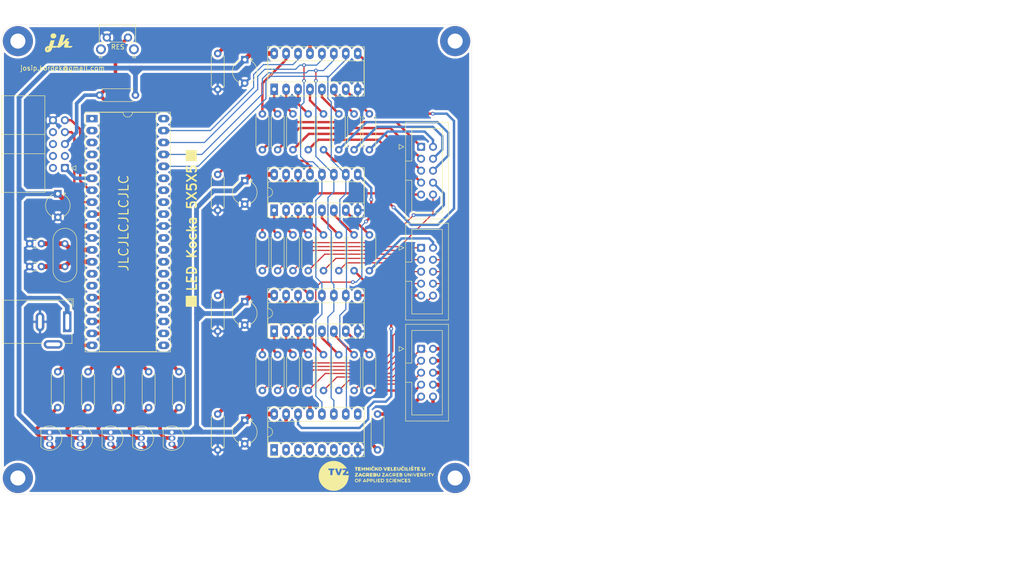
<source format=kicad_pcb>
(kicad_pcb (version 20171130) (host pcbnew "(5.1.10)-1")
  (layers (0 F.Cu signal) (31 B.Cu signal) (34 B.Paste user) (35 F.Paste user) (36 B.SilkS user) (37 F.SilkS user) (38 B.Mask user) (39 F.Mask user) (44 Edge.Cuts user))
  (net 0 "")
  (net 1 GND)
  (net 2 "Net-(C1-Pad1)")
  (net 3 "Net-(C2-Pad1)")
  (net 4 +5V)
  (net 5 MOSI)
  (net 6 "Net-(J2-Pad3)")
  (net 7 RESET)
  (net 8 SCK)
  (net 9 MISO)
  (net 10 "Net-(J2-Pad2)")
  (net 11 "Net-(J2-Pad4)")
  (net 12 "Net-(J2-Pad6)")
  (net 13 "Net-(J2-Pad8)")
  (net 14 "Net-(J3-Pad1)")
  (net 15 "Net-(J4-Pad1)")
  (net 16 "Net-(J5-Pad1)")
  (net 17 "Net-(Q1-Pad2)")
  (net 18 "Net-(Q2-Pad2)")
  (net 19 "Net-(Q3-Pad2)")
  (net 20 "Net-(Q4-Pad2)")
  (net 21 "Net-(Q5-Pad2)")
  (net 22 "Net-(R4-Pad1)")
  (net 23 LAYER1)
  (net 24 LAYER2)
  (net 25 LAYER3)
  (net 26 LAYER4)
  (net 27 LAYER5)
  (net 28 QA1)
  (net 29 QB1)
  (net 30 QC1)
  (net 31 QD1)
  (net 32 QE1)
  (net 33 QF1)
  (net 34 QG1)
  (net 35 QH1)
  (net 36 "Net-(R24-Pad1)")
  (net 37 QA2)
  (net 38 QB2)
  (net 39 QC2)
  (net 40 QD2)
  (net 41 QE2)
  (net 42 QF2)
  (net 43 QG2)
  (net 44 QH2)
  (net 45 "Net-(R34-Pad1)")
  (net 46 QA3)
  (net 47 QB3)
  (net 48 QC3)
  (net 49 QD3)
  (net 50 QE3)
  (net 51 QF3)
  (net 52 QG3)
  (net 53 QH3)
  (net 54 QA4)
  (net 55 "Net-(R45-Pad1)")
  (net 56 "Net-(U1-Pad1)")
  (net 57 "Net-(U1-Pad2)")
  (net 58 "Net-(U1-Pad22)")
  (net 59 "Net-(U1-Pad3)")
  (net 60 "Net-(U1-Pad23)")
  (net 61 "Net-(U1-Pad4)")
  (net 62 "Net-(U1-Pad24)")
  (net 63 "Net-(U1-Pad5)")
  (net 64 "Net-(U1-Pad25)")
  (net 65 "Net-(U1-Pad26)")
  (net 66 "Net-(U1-Pad27)")
  (net 67 "Net-(U1-Pad28)")
  (net 68 "Net-(U1-Pad29)")
  (net 69 "Net-(U1-Pad30)")
  (net 70 "Net-(U1-Pad32)")
  (net 71 "Net-(U1-Pad33)")
  (net 72 DATA)
  (net 73 "Net-(U1-Pad34)")
  (net 74 CLOCK)
  (net 75 "Net-(U1-Pad35)")
  (net 76 LATCH)
  (net 77 "Net-(U2-Pad9)")
  (net 78 "Net-(U3-Pad9)")
  (net 79 "Net-(U4-Pad9)")
  (net 80 "Net-(U5-Pad1)")
  (net 81 "Net-(U5-Pad9)")
  (net 82 "Net-(U5-Pad2)")
  (net 83 "Net-(U5-Pad3)")
  (net 84 "Net-(U5-Pad4)")
  (net 85 "Net-(U5-Pad5)")
  (net 86 "Net-(U5-Pad6)")
  (net 87 "Net-(U5-Pad7)")
  (net 88 "Net-(U1-Pad21)")
  (net 89 CLEAR)
  (net 90 "Net-(U1-Pad40)")
  (net 91 "Net-(U1-Pad14)")
  (net 92 "Net-(U1-Pad15)")
  (net 93 "Net-(J3-Pad3)")
  (net 94 "Net-(J3-Pad5)")
  (net 95 "Net-(J3-Pad7)")
  (net 96 "Net-(J3-Pad9)")
  (net 97 "Net-(J3-Pad2)")
  (net 98 "Net-(J3-Pad4)")
  (net 99 "Net-(J3-Pad6)")
  (net 100 "Net-(J3-Pad8)")
  (net 101 "Net-(J3-Pad10)")
  (net 102 "Net-(J4-Pad10)")
  (net 103 "Net-(J4-Pad8)")
  (net 104 "Net-(J4-Pad6)")
  (net 105 "Net-(J4-Pad4)")
  (net 106 "Net-(J4-Pad2)")
  (net 107 "Net-(J4-Pad9)")
  (net 108 "Net-(J4-Pad7)")
  (net 109 "Net-(J4-Pad5)")
  (net 110 "Net-(J4-Pad3)")
  (net 111 "Net-(J5-Pad3)")
  (net 112 "Net-(J5-Pad5)")
  (net 113 "Net-(J5-Pad7)")
  (net 114 "Net-(J5-Pad9)")
  (net 115 L1)
  (net 116 L2)
  (net 117 L3)
  (net 118 L4)
  (net 119 L5)
  (module LED_Cube_5X5X5:tvz (layer F.Cu) (at 181.75 150)
    (fp_text reference G*** hide)
    (fp_text value LOGO hide)
  )
  (module LED_Cube_5X5X5:logo (layer F.Cu) (at 114.25 57.75)
    (fp_text reference G*** hide)
    (fp_text value LOGO hide)
  )
  (module "" (layer F.Cu) (at 128 49)
    (fp_text reference "" (at 191.25 123) (layer F.SilkS) (effects (font (size 1.27 1.27))))
    (fp_text value "" (at 191.25 123) (layer F.SilkS) (effects (font (size 1.27 1.27))))
  )
  (module Connector_IDC:IDC-Header_2x05_P2.54mm_Vertical (layer F.Cu) (at 191.25 123)
    (fp_text reference J5 hide)
    (fp_text value CON3)
    (pad 1 thru_hole roundrect (at 0 0) (size 1.7 1.7) (drill 1) (layers *.Cu *.Mask) (roundrect_rratio 0.1470588235294118) (net 16 "Net-(J5-Pad1)"))
    (pad 3 thru_hole circle (at 0 2.54) (size 1.7 1.7) (drill 1) (layers *.Cu *.Mask) (net 111 "Net-(J5-Pad3)"))
    (pad 5 thru_hole circle (at 0 5.08) (size 1.7 1.7) (drill 1) (layers *.Cu *.Mask) (net 112 "Net-(J5-Pad5)"))
    (pad 7 thru_hole circle (at 0 7.62) (size 1.7 1.7) (drill 1) (layers *.Cu *.Mask) (net 113 "Net-(J5-Pad7)"))
    (pad 9 thru_hole circle (at 0 10.16) (size 1.7 1.7) (drill 1) (layers *.Cu *.Mask) (net 114 "Net-(J5-Pad9)"))
    (pad 2 thru_hole circle (at 2.54 0) (size 1.7 1.7) (drill 1) (layers *.Cu *.Mask) (net 115 L1))
    (pad 4 thru_hole circle (at 2.54 2.54) (size 1.7 1.7) (drill 1) (layers *.Cu *.Mask) (net 116 L2))
    (pad 6 thru_hole circle (at 2.54 5.08) (size 1.7 1.7) (drill 1) (layers *.Cu *.Mask) (net 117 L3))
    (pad 8 thru_hole circle (at 2.54 7.62) (size 1.7 1.7) (drill 1) (layers *.Cu *.Mask) (net 118 L4))
    (pad 10 thru_hole circle (at 2.54 10.16) (size 1.7 1.7) (drill 1) (layers *.Cu *.Mask) (net 119 L5))
  )
  (module Capacitor_THT:C_Disc_D3.0mm_W1.6mm_P2.50mm (layer F.Cu) (at 110.5 105.5 180)
    (fp_text reference C1 hide)
    (fp_text value 22p)
    (pad 2 thru_hole circle (at 2.5 0 180) (size 1.6 1.6) (drill 0.8) (layers *.Cu *.Mask) (net 1 GND))
    (pad 1 thru_hole circle (at 0 0 180) (size 1.6 1.6) (drill 0.8) (layers *.Cu *.Mask) (net 2 "Net-(C1-Pad1)"))
  )
  (module Capacitor_THT:C_Disc_D3.0mm_W1.6mm_P2.50mm (layer F.Cu) (at 110.5 100.62 180)
    (fp_text reference C2 hide)
    (fp_text value 22p)
    (pad 1 thru_hole circle (at 0 0 180) (size 1.6 1.6) (drill 0.8) (layers *.Cu *.Mask) (net 3 "Net-(C2-Pad1)"))
    (pad 2 thru_hole circle (at 2.5 0 180) (size 1.6 1.6) (drill 0.8) (layers *.Cu *.Mask) (net 1 GND))
  )
  (module Capacitor_THT:CP_Radial_Tantal_D5.0mm_P5.00mm (layer F.Cu) (at 114 90 270)
    (fp_text reference C3 hide)
    (fp_text value 100n)
    (pad 2 thru_hole circle (at 5 0 270) (size 1.6 1.6) (drill 0.8) (layers *.Cu *.Mask) (net 1 GND))
    (pad 1 thru_hole rect (at 0 0 270) (size 1.6 1.6) (drill 0.8) (layers *.Cu *.Mask) (net 4 +5V))
  )
  (module Capacitor_THT:CP_Radial_Tantal_D5.0mm_P5.00mm (layer F.Cu) (at 153.75 61.45 270)
    (fp_text reference C4 hide)
    (fp_text value 100n)
    (pad 1 thru_hole rect (at 0 0 270) (size 1.6 1.6) (drill 0.8) (layers *.Cu *.Mask) (net 4 +5V))
    (pad 2 thru_hole circle (at 5 0 270) (size 1.6 1.6) (drill 0.8) (layers *.Cu *.Mask) (net 1 GND))
  )
  (module Capacitor_THT:CP_Radial_Tantal_D5.0mm_P5.00mm (layer F.Cu) (at 153.75 87.2 270)
    (fp_text reference C5 hide)
    (fp_text value 100n)
    (pad 1 thru_hole rect (at 0 0 270) (size 1.6 1.6) (drill 0.8) (layers *.Cu *.Mask) (net 4 +5V))
    (pad 2 thru_hole circle (at 5 0 270) (size 1.6 1.6) (drill 0.8) (layers *.Cu *.Mask) (net 1 GND))
  )
  (module Capacitor_THT:CP_Radial_Tantal_D5.0mm_P5.00mm (layer F.Cu) (at 153.75 112.95 270)
    (fp_text reference C6 hide)
    (fp_text value 100n)
    (pad 2 thru_hole circle (at 5 0 270) (size 1.6 1.6) (drill 0.8) (layers *.Cu *.Mask) (net 1 GND))
    (pad 1 thru_hole rect (at 0 0 270) (size 1.6 1.6) (drill 0.8) (layers *.Cu *.Mask) (net 4 +5V))
  )
  (module Capacitor_THT:CP_Radial_Tantal_D5.0mm_P5.00mm (layer F.Cu) (at 153.75 138.2 270)
    (fp_text reference C7 hide)
    (fp_text value 100n)
    (pad 1 thru_hole rect (at 0 0 270) (size 1.6 1.6) (drill 0.8) (layers *.Cu *.Mask) (net 4 +5V))
    (pad 2 thru_hole circle (at 5 0 270) (size 1.6 1.6) (drill 0.8) (layers *.Cu *.Mask) (net 1 GND))
  )
  (module MountingHole:MountingHole_3.2mm_M3_Pad (layer F.Cu) (at 105.5 57.5)
    (fp_text reference H1 hide)
    (fp_text value MountingHole hide)
    (pad 1 thru_hole circle (at 0 0) (size 6.4 6.4) (drill 3.2) (layers *.Cu *.Mask))
  )
  (module MountingHole:MountingHole_3.2mm_M3_Pad (layer F.Cu) (at 198.5 57.5)
    (fp_text reference H2 hide)
    (fp_text value MountingHole)
    (pad 1 thru_hole circle (at 0 0) (size 6.4 6.4) (drill 3.2) (layers *.Cu *.Mask))
  )
  (module MountingHole:MountingHole_3.2mm_M3_Pad (layer F.Cu) (at 198.5 150.5)
    (fp_text reference H3 hide)
    (fp_text value MountingHole)
    (pad 1 thru_hole circle (at 0 0) (size 6.4 6.4) (drill 3.2) (layers *.Cu *.Mask))
  )
  (module MountingHole:MountingHole_3.2mm_M3_Pad (layer F.Cu) (at 105.5 150.5)
    (fp_text reference H4 hide)
    (fp_text value MountingHole)
    (pad 1 thru_hole circle (at 0 0) (size 6.4 6.4) (drill 3.2) (layers *.Cu *.Mask))
  )
  (module Connector_BarrelJack:BarrelJack_Wuerth_6941xx301002 (layer F.Cu) (at 116 117.25 270)
    (fp_text reference J1 hide)
    (fp_text value Barrel_Jack_MountingPin)
    (pad 3 thru_hole oval (at 4.8 3) (size 4 1.8) (drill oval 3 0.8) (layers *.Cu *.Mask))
    (pad 2 thru_hole oval (at 0 5.8 270) (size 4 1.8) (drill oval 3 0.8) (layers *.Cu *.Mask) (net 1 GND))
    (pad 1 thru_hole rect (at 0 0 270) (size 4.4 1.8) (drill oval 3.4 0.8) (layers *.Cu *.Mask) (net 4 +5V))
  )
  (module Resistor_THT:R_Axial_DIN0207_L6.3mm_D2.5mm_P7.62mm_Horizontal (layer F.Cu) (at 130.5 69 180)
    (fp_text reference R1 hide)
    (fp_text value 10k)
    (pad 1 thru_hole circle (at 0 0 180) (size 1.6 1.6) (drill 0.8) (layers *.Cu *.Mask) (net 4 +5V))
    (pad 2 thru_hole oval (at 7.62 0 180) (size 1.6 1.6) (drill 0.8) (layers *.Cu *.Mask) (net 7 RESET))
  )
  (module Resistor_THT:R_Axial_DIN0207_L6.3mm_D2.5mm_P7.62mm_Horizontal (layer F.Cu) (at 148 60.14 270)
    (fp_text reference R4 hide)
    (fp_text value 10k)
    (pad 1 thru_hole circle (at 0 0 270) (size 1.6 1.6) (drill 0.8) (layers *.Cu *.Mask) (net 22 "Net-(R4-Pad1)"))
    (pad 2 thru_hole oval (at 7.62 0 270) (size 1.6 1.6) (drill 0.8) (layers *.Cu *.Mask) (net 1 GND))
  )
  (module Resistor_THT:R_Axial_DIN0207_L6.3mm_D2.5mm_P7.62mm_Horizontal (layer F.Cu) (at 113.972222 135.5 90)
    (fp_text reference R5 hide)
    (fp_text value 120)
    (pad 2 thru_hole oval (at 7.62 0 90) (size 1.6 1.6) (drill 0.8) (layers *.Cu *.Mask) (net 23 LAYER1))
    (pad 1 thru_hole circle (at 0 0 90) (size 1.6 1.6) (drill 0.8) (layers *.Cu *.Mask) (net 17 "Net-(Q1-Pad2)"))
  )
  (module Resistor_THT:R_Axial_DIN0207_L6.3mm_D2.5mm_P7.62mm_Horizontal (layer F.Cu) (at 120.416666 135.5 90)
    (fp_text reference R6 hide)
    (fp_text value 120)
    (pad 1 thru_hole circle (at 0 0 90) (size 1.6 1.6) (drill 0.8) (layers *.Cu *.Mask) (net 18 "Net-(Q2-Pad2)"))
    (pad 2 thru_hole oval (at 7.62 0 90) (size 1.6 1.6) (drill 0.8) (layers *.Cu *.Mask) (net 24 LAYER2))
  )
  (module Resistor_THT:R_Axial_DIN0207_L6.3mm_D2.5mm_P7.62mm_Horizontal (layer F.Cu) (at 126.86111 135.5 90)
    (fp_text reference R7 hide)
    (fp_text value 120)
    (pad 2 thru_hole oval (at 7.62 0 90) (size 1.6 1.6) (drill 0.8) (layers *.Cu *.Mask) (net 25 LAYER3))
    (pad 1 thru_hole circle (at 0 0 90) (size 1.6 1.6) (drill 0.8) (layers *.Cu *.Mask) (net 19 "Net-(Q3-Pad2)"))
  )
  (module Resistor_THT:R_Axial_DIN0207_L6.3mm_D2.5mm_P7.62mm_Horizontal (layer F.Cu) (at 133.305554 135.5 90)
    (fp_text reference R8 hide)
    (fp_text value 120)
    (pad 2 thru_hole oval (at 7.62 0 90) (size 1.6 1.6) (drill 0.8) (layers *.Cu *.Mask) (net 26 LAYER4))
    (pad 1 thru_hole circle (at 0 0 90) (size 1.6 1.6) (drill 0.8) (layers *.Cu *.Mask) (net 20 "Net-(Q4-Pad2)"))
  )
  (module Resistor_THT:R_Axial_DIN0207_L6.3mm_D2.5mm_P7.62mm_Horizontal (layer F.Cu) (at 139.75 135.5 90)
    (fp_text reference R9 hide)
    (fp_text value 120)
    (pad 2 thru_hole oval (at 7.62 0 90) (size 1.6 1.6) (drill 0.8) (layers *.Cu *.Mask) (net 27 LAYER5))
    (pad 1 thru_hole circle (at 0 0 90) (size 1.6 1.6) (drill 0.8) (layers *.Cu *.Mask) (net 21 "Net-(Q5-Pad2)"))
  )
  (module Resistor_THT:R_Axial_DIN0207_L6.3mm_D2.5mm_P7.62mm_Horizontal (layer F.Cu) (at 157.5 73 270)
    (fp_text reference R16 hide)
    (fp_text value 680)
    (pad 1 thru_hole circle (at 0 0 270) (size 1.6 1.6) (drill 0.8) (layers *.Cu *.Mask) (net 28 QA1))
    (pad 2 thru_hole oval (at 7.62 0 270) (size 1.6 1.6) (drill 0.8) (layers *.Cu *.Mask) (net 14 "Net-(J3-Pad1)"))
  )
  (module Resistor_THT:R_Axial_DIN0207_L6.3mm_D2.5mm_P7.62mm_Horizontal (layer F.Cu) (at 160.75 73 270)
    (fp_text reference R17 hide)
    (fp_text value 680)
    (pad 2 thru_hole oval (at 7.62 0 270) (size 1.6 1.6) (drill 0.8) (layers *.Cu *.Mask) (net 93 "Net-(J3-Pad3)"))
    (pad 1 thru_hole circle (at 0 0 270) (size 1.6 1.6) (drill 0.8) (layers *.Cu *.Mask) (net 29 QB1))
  )
  (module Resistor_THT:R_Axial_DIN0207_L6.3mm_D2.5mm_P7.62mm_Horizontal (layer F.Cu) (at 164 73 270)
    (fp_text reference R18 hide)
    (fp_text value 680)
    (pad 1 thru_hole circle (at 0 0 270) (size 1.6 1.6) (drill 0.8) (layers *.Cu *.Mask) (net 30 QC1))
    (pad 2 thru_hole oval (at 7.62 0 270) (size 1.6 1.6) (drill 0.8) (layers *.Cu *.Mask) (net 94 "Net-(J3-Pad5)"))
  )
  (module Resistor_THT:R_Axial_DIN0207_L6.3mm_D2.5mm_P7.62mm_Horizontal (layer F.Cu) (at 167.25 73 270)
    (fp_text reference R19 hide)
    (fp_text value 680)
    (pad 2 thru_hole oval (at 7.62 0 270) (size 1.6 1.6) (drill 0.8) (layers *.Cu *.Mask) (net 95 "Net-(J3-Pad7)"))
    (pad 1 thru_hole circle (at 0 0 270) (size 1.6 1.6) (drill 0.8) (layers *.Cu *.Mask) (net 31 QD1))
  )
  (module Resistor_THT:R_Axial_DIN0207_L6.3mm_D2.5mm_P7.62mm_Horizontal (layer F.Cu) (at 170.5 73 270)
    (fp_text reference R20 hide)
    (fp_text value 680)
    (pad 1 thru_hole circle (at 0 0 270) (size 1.6 1.6) (drill 0.8) (layers *.Cu *.Mask) (net 32 QE1))
    (pad 2 thru_hole oval (at 7.62 0 270) (size 1.6 1.6) (drill 0.8) (layers *.Cu *.Mask) (net 96 "Net-(J3-Pad9)"))
  )
  (module Resistor_THT:R_Axial_DIN0207_L6.3mm_D2.5mm_P7.62mm_Horizontal (layer F.Cu) (at 173.75 73 270)
    (fp_text reference R21 hide)
    (fp_text value 680)
    (pad 2 thru_hole oval (at 7.62 0 270) (size 1.6 1.6) (drill 0.8) (layers *.Cu *.Mask) (net 99 "Net-(J3-Pad6)"))
    (pad 1 thru_hole circle (at 0 0 270) (size 1.6 1.6) (drill 0.8) (layers *.Cu *.Mask) (net 33 QF1))
  )
  (module Resistor_THT:R_Axial_DIN0207_L6.3mm_D2.5mm_P7.62mm_Horizontal (layer F.Cu) (at 177 73 270)
    (fp_text reference R22 hide)
    (fp_text value 680)
    (pad 1 thru_hole circle (at 0 0 270) (size 1.6 1.6) (drill 0.8) (layers *.Cu *.Mask) (net 34 QG1))
    (pad 2 thru_hole oval (at 7.62 0 270) (size 1.6 1.6) (drill 0.8) (layers *.Cu *.Mask) (net 98 "Net-(J3-Pad4)"))
  )
  (module Resistor_THT:R_Axial_DIN0207_L6.3mm_D2.5mm_P7.62mm_Horizontal (layer F.Cu) (at 180.25 73 270)
    (fp_text reference R23 hide)
    (fp_text value 680)
    (pad 2 thru_hole oval (at 7.62 0 270) (size 1.6 1.6) (drill 0.8) (layers *.Cu *.Mask) (net 97 "Net-(J3-Pad2)"))
    (pad 1 thru_hole circle (at 0 0 270) (size 1.6 1.6) (drill 0.8) (layers *.Cu *.Mask) (net 35 QH1))
  )
  (module Resistor_THT:R_Axial_DIN0207_L6.3mm_D2.5mm_P7.62mm_Horizontal (layer F.Cu) (at 148 85.89 270)
    (fp_text reference R24 hide)
    (fp_text value 10k)
    (pad 1 thru_hole circle (at 0 0 270) (size 1.6 1.6) (drill 0.8) (layers *.Cu *.Mask) (net 36 "Net-(R24-Pad1)"))
    (pad 2 thru_hole oval (at 7.62 0 270) (size 1.6 1.6) (drill 0.8) (layers *.Cu *.Mask) (net 1 GND))
  )
  (module Resistor_THT:R_Axial_DIN0207_L6.3mm_D2.5mm_P7.62mm_Horizontal (layer F.Cu) (at 157.5 98.75 270)
    (fp_text reference R25 hide)
    (fp_text value 680)
    (pad 1 thru_hole circle (at 0 0 270) (size 1.6 1.6) (drill 0.8) (layers *.Cu *.Mask) (net 37 QA2))
    (pad 2 thru_hole oval (at 7.62 0 270) (size 1.6 1.6) (drill 0.8) (layers *.Cu *.Mask) (net 100 "Net-(J3-Pad8)"))
  )
  (module Resistor_THT:R_Axial_DIN0207_L6.3mm_D2.5mm_P7.62mm_Horizontal (layer F.Cu) (at 160.75 98.75 270)
    (fp_text reference R26 hide)
    (fp_text value 680)
    (pad 2 thru_hole oval (at 7.62 0 270) (size 1.6 1.6) (drill 0.8) (layers *.Cu *.Mask) (net 101 "Net-(J3-Pad10)"))
    (pad 1 thru_hole circle (at 0 0 270) (size 1.6 1.6) (drill 0.8) (layers *.Cu *.Mask) (net 38 QB2))
  )
  (module Resistor_THT:R_Axial_DIN0207_L6.3mm_D2.5mm_P7.62mm_Horizontal (layer F.Cu) (at 164 98.75 270)
    (fp_text reference R27 hide)
    (fp_text value 680)
    (pad 1 thru_hole circle (at 0 0 270) (size 1.6 1.6) (drill 0.8) (layers *.Cu *.Mask) (net 39 QC2))
    (pad 2 thru_hole oval (at 7.62 0 270) (size 1.6 1.6) (drill 0.8) (layers *.Cu *.Mask) (net 15 "Net-(J4-Pad1)"))
  )
  (module Resistor_THT:R_Axial_DIN0207_L6.3mm_D2.5mm_P7.62mm_Horizontal (layer F.Cu) (at 167.25 98.75 270)
    (fp_text reference R28 hide)
    (fp_text value 680)
    (pad 2 thru_hole oval (at 7.62 0 270) (size 1.6 1.6) (drill 0.8) (layers *.Cu *.Mask) (net 110 "Net-(J4-Pad3)"))
    (pad 1 thru_hole circle (at 0 0 270) (size 1.6 1.6) (drill 0.8) (layers *.Cu *.Mask) (net 40 QD2))
  )
  (module Resistor_THT:R_Axial_DIN0207_L6.3mm_D2.5mm_P7.62mm_Horizontal (layer F.Cu) (at 170.5 98.75 270)
    (fp_text reference R29 hide)
    (fp_text value 680)
    (pad 1 thru_hole circle (at 0 0 270) (size 1.6 1.6) (drill 0.8) (layers *.Cu *.Mask) (net 41 QE2))
    (pad 2 thru_hole oval (at 7.62 0 270) (size 1.6 1.6) (drill 0.8) (layers *.Cu *.Mask) (net 109 "Net-(J4-Pad5)"))
  )
  (module Resistor_THT:R_Axial_DIN0207_L6.3mm_D2.5mm_P7.62mm_Horizontal (layer F.Cu) (at 173.75 98.75 270)
    (fp_text reference R30 hide)
    (fp_text value 680)
    (pad 2 thru_hole oval (at 7.62 0 270) (size 1.6 1.6) (drill 0.8) (layers *.Cu *.Mask) (net 108 "Net-(J4-Pad7)"))
    (pad 1 thru_hole circle (at 0 0 270) (size 1.6 1.6) (drill 0.8) (layers *.Cu *.Mask) (net 42 QF2))
  )
  (module Resistor_THT:R_Axial_DIN0207_L6.3mm_D2.5mm_P7.62mm_Horizontal (layer F.Cu) (at 177 98.75 270)
    (fp_text reference R31 hide)
    (fp_text value 680)
    (pad 1 thru_hole circle (at 0 0 270) (size 1.6 1.6) (drill 0.8) (layers *.Cu *.Mask) (net 43 QG2))
    (pad 2 thru_hole oval (at 7.62 0 270) (size 1.6 1.6) (drill 0.8) (layers *.Cu *.Mask) (net 107 "Net-(J4-Pad9)"))
  )
  (module Resistor_THT:R_Axial_DIN0207_L6.3mm_D2.5mm_P7.62mm_Horizontal (layer F.Cu) (at 180.25 98.75 270)
    (fp_text reference R32 hide)
    (fp_text value 680)
    (pad 2 thru_hole oval (at 7.62 0 270) (size 1.6 1.6) (drill 0.8) (layers *.Cu *.Mask) (net 106 "Net-(J4-Pad2)"))
    (pad 1 thru_hole circle (at 0 0 270) (size 1.6 1.6) (drill 0.8) (layers *.Cu *.Mask) (net 44 QH2))
  )
  (module Resistor_THT:R_Axial_DIN0207_L6.3mm_D2.5mm_P7.62mm_Horizontal (layer F.Cu) (at 148 111.64 270)
    (fp_text reference R34 hide)
    (fp_text value 10k)
    (pad 2 thru_hole oval (at 7.62 0 270) (size 1.6 1.6) (drill 0.8) (layers *.Cu *.Mask) (net 1 GND))
    (pad 1 thru_hole circle (at 0 0 270) (size 1.6 1.6) (drill 0.8) (layers *.Cu *.Mask) (net 45 "Net-(R34-Pad1)"))
  )
  (module Resistor_THT:R_Axial_DIN0207_L6.3mm_D2.5mm_P7.62mm_Horizontal (layer F.Cu) (at 157.5 124.25 270)
    (fp_text reference R35 hide)
    (fp_text value 680)
    (pad 1 thru_hole circle (at 0 0 270) (size 1.6 1.6) (drill 0.8) (layers *.Cu *.Mask) (net 46 QA3))
    (pad 2 thru_hole oval (at 7.62 0 270) (size 1.6 1.6) (drill 0.8) (layers *.Cu *.Mask) (net 102 "Net-(J4-Pad10)"))
  )
  (module Resistor_THT:R_Axial_DIN0207_L6.3mm_D2.5mm_P7.62mm_Horizontal (layer F.Cu) (at 160.75 124.25 270)
    (fp_text reference R36 hide)
    (fp_text value 680)
    (pad 2 thru_hole oval (at 7.62 0 270) (size 1.6 1.6) (drill 0.8) (layers *.Cu *.Mask) (net 103 "Net-(J4-Pad8)"))
    (pad 1 thru_hole circle (at 0 0 270) (size 1.6 1.6) (drill 0.8) (layers *.Cu *.Mask) (net 47 QB3))
  )
  (module Resistor_THT:R_Axial_DIN0207_L6.3mm_D2.5mm_P7.62mm_Horizontal (layer F.Cu) (at 164 124.25 270)
    (fp_text reference R37 hide)
    (fp_text value 680)
    (pad 1 thru_hole circle (at 0 0 270) (size 1.6 1.6) (drill 0.8) (layers *.Cu *.Mask) (net 48 QC3))
    (pad 2 thru_hole oval (at 7.62 0 270) (size 1.6 1.6) (drill 0.8) (layers *.Cu *.Mask) (net 104 "Net-(J4-Pad6)"))
  )
  (module Resistor_THT:R_Axial_DIN0207_L6.3mm_D2.5mm_P7.62mm_Horizontal (layer F.Cu) (at 167.25 124.25 270)
    (fp_text reference R38 hide)
    (fp_text value 680)
    (pad 2 thru_hole oval (at 7.62 0 270) (size 1.6 1.6) (drill 0.8) (layers *.Cu *.Mask) (net 105 "Net-(J4-Pad4)"))
    (pad 1 thru_hole circle (at 0 0 270) (size 1.6 1.6) (drill 0.8) (layers *.Cu *.Mask) (net 49 QD3))
  )
  (module Resistor_THT:R_Axial_DIN0207_L6.3mm_D2.5mm_P7.62mm_Horizontal (layer F.Cu) (at 170.5 124.25 270)
    (fp_text reference R39 hide)
    (fp_text value 680)
    (pad 1 thru_hole circle (at 0 0 270) (size 1.6 1.6) (drill 0.8) (layers *.Cu *.Mask) (net 50 QE3))
    (pad 2 thru_hole oval (at 7.62 0 270) (size 1.6 1.6) (drill 0.8) (layers *.Cu *.Mask) (net 16 "Net-(J5-Pad1)"))
  )
  (module Resistor_THT:R_Axial_DIN0207_L6.3mm_D2.5mm_P7.62mm_Horizontal (layer F.Cu) (at 173.75 124.25 270)
    (fp_text reference R40 hide)
    (fp_text value 680)
    (pad 2 thru_hole oval (at 7.62 0 270) (size 1.6 1.6) (drill 0.8) (layers *.Cu *.Mask) (net 111 "Net-(J5-Pad3)"))
    (pad 1 thru_hole circle (at 0 0 270) (size 1.6 1.6) (drill 0.8) (layers *.Cu *.Mask) (net 51 QF3))
  )
  (module Resistor_THT:R_Axial_DIN0207_L6.3mm_D2.5mm_P7.62mm_Horizontal (layer F.Cu) (at 177 124.25 270)
    (fp_text reference R41 hide)
    (fp_text value 680)
    (pad 1 thru_hole circle (at 0 0 270) (size 1.6 1.6) (drill 0.8) (layers *.Cu *.Mask) (net 52 QG3))
    (pad 2 thru_hole oval (at 7.62 0 270) (size 1.6 1.6) (drill 0.8) (layers *.Cu *.Mask) (net 112 "Net-(J5-Pad5)"))
  )
  (module Resistor_THT:R_Axial_DIN0207_L6.3mm_D2.5mm_P7.62mm_Horizontal (layer F.Cu) (at 180.25 124.25 270)
    (fp_text reference R42 hide)
    (fp_text value 680)
    (pad 2 thru_hole oval (at 7.62 0 270) (size 1.6 1.6) (drill 0.8) (layers *.Cu *.Mask) (net 113 "Net-(J5-Pad7)"))
    (pad 1 thru_hole circle (at 0 0 270) (size 1.6 1.6) (drill 0.8) (layers *.Cu *.Mask) (net 53 QH3))
  )
  (module Resistor_THT:R_Axial_DIN0207_L6.3mm_D2.5mm_P7.62mm_Horizontal (layer F.Cu) (at 182 144.51 90)
    (fp_text reference R43 hide)
    (fp_text value 680)
    (pad 1 thru_hole circle (at 0 0 90) (size 1.6 1.6) (drill 0.8) (layers *.Cu *.Mask) (net 54 QA4))
    (pad 2 thru_hole oval (at 7.62 0 90) (size 1.6 1.6) (drill 0.8) (layers *.Cu *.Mask) (net 114 "Net-(J5-Pad9)"))
  )
  (module Resistor_THT:R_Axial_DIN0207_L6.3mm_D2.5mm_P7.62mm_Horizontal (layer F.Cu) (at 148 136.89 270)
    (fp_text reference R45 hide)
    (fp_text value 10k)
    (pad 1 thru_hole circle (at 0 0 270) (size 1.6 1.6) (drill 0.8) (layers *.Cu *.Mask) (net 55 "Net-(R45-Pad1)"))
    (pad 2 thru_hole oval (at 7.62 0 270) (size 1.6 1.6) (drill 0.8) (layers *.Cu *.Mask) (net 1 GND))
  )
  (module Package_DIP:DIP-16_W7.62mm_Socket_LongPads (layer F.Cu) (at 160 67.75 90)
    (fp_text reference U2 hide)
    (fp_text value 74HC595)
    (pad 16 thru_hole oval (at 7.62 0 90) (size 2.4 1.6) (drill 0.8) (layers *.Cu *.Mask) (net 4 +5V))
    (pad 8 thru_hole oval (at 0 17.78 90) (size 2.4 1.6) (drill 0.8) (layers *.Cu *.Mask) (net 1 GND))
    (pad 15 thru_hole oval (at 7.62 2.54 90) (size 2.4 1.6) (drill 0.8) (layers *.Cu *.Mask) (net 28 QA1))
    (pad 7 thru_hole oval (at 0 15.24 90) (size 2.4 1.6) (drill 0.8) (layers *.Cu *.Mask) (net 35 QH1))
    (pad 14 thru_hole oval (at 7.62 5.08 90) (size 2.4 1.6) (drill 0.8) (layers *.Cu *.Mask) (net 72 DATA))
    (pad 6 thru_hole oval (at 0 12.7 90) (size 2.4 1.6) (drill 0.8) (layers *.Cu *.Mask) (net 34 QG1))
    (pad 13 thru_hole oval (at 7.62 7.62 90) (size 2.4 1.6) (drill 0.8) (layers *.Cu *.Mask) (net 22 "Net-(R4-Pad1)"))
    (pad 5 thru_hole oval (at 0 10.16 90) (size 2.4 1.6) (drill 0.8) (layers *.Cu *.Mask) (net 33 QF1))
    (pad 12 thru_hole oval (at 7.62 10.16 90) (size 2.4 1.6) (drill 0.8) (layers *.Cu *.Mask) (net 76 LATCH))
    (pad 4 thru_hole oval (at 0 7.62 90) (size 2.4 1.6) (drill 0.8) (layers *.Cu *.Mask) (net 32 QE1))
    (pad 11 thru_hole oval (at 7.62 12.7 90) (size 2.4 1.6) (drill 0.8) (layers *.Cu *.Mask) (net 74 CLOCK))
    (pad 3 thru_hole oval (at 0 5.08 90) (size 2.4 1.6) (drill 0.8) (layers *.Cu *.Mask) (net 31 QD1))
    (pad 10 thru_hole oval (at 7.62 15.24 90) (size 2.4 1.6) (drill 0.8) (layers *.Cu *.Mask) (net 89 CLEAR))
    (pad 2 thru_hole oval (at 0 2.54 90) (size 2.4 1.6) (drill 0.8) (layers *.Cu *.Mask) (net 30 QC1))
    (pad 9 thru_hole oval (at 7.62 17.78 90) (size 2.4 1.6) (drill 0.8) (layers *.Cu *.Mask) (net 77 "Net-(U2-Pad9)"))
    (pad 1 thru_hole rect (at 0 0 90) (size 2.4 1.6) (drill 0.8) (layers *.Cu *.Mask) (net 29 QB1))
  )
  (module Package_DIP:DIP-16_W7.62mm_Socket_LongPads (layer F.Cu) (at 160 93.5 90)
    (fp_text reference U3 hide)
    (fp_text value 74HC595)
    (pad 1 thru_hole rect (at 0 0 90) (size 2.4 1.6) (drill 0.8) (layers *.Cu *.Mask) (net 38 QB2))
    (pad 9 thru_hole oval (at 7.62 17.78 90) (size 2.4 1.6) (drill 0.8) (layers *.Cu *.Mask) (net 78 "Net-(U3-Pad9)"))
    (pad 2 thru_hole oval (at 0 2.54 90) (size 2.4 1.6) (drill 0.8) (layers *.Cu *.Mask) (net 39 QC2))
    (pad 10 thru_hole oval (at 7.62 15.24 90) (size 2.4 1.6) (drill 0.8) (layers *.Cu *.Mask) (net 89 CLEAR))
    (pad 3 thru_hole oval (at 0 5.08 90) (size 2.4 1.6) (drill 0.8) (layers *.Cu *.Mask) (net 40 QD2))
    (pad 11 thru_hole oval (at 7.62 12.7 90) (size 2.4 1.6) (drill 0.8) (layers *.Cu *.Mask) (net 74 CLOCK))
    (pad 4 thru_hole oval (at 0 7.62 90) (size 2.4 1.6) (drill 0.8) (layers *.Cu *.Mask) (net 41 QE2))
    (pad 12 thru_hole oval (at 7.62 10.16 90) (size 2.4 1.6) (drill 0.8) (layers *.Cu *.Mask) (net 76 LATCH))
    (pad 5 thru_hole oval (at 0 10.16 90) (size 2.4 1.6) (drill 0.8) (layers *.Cu *.Mask) (net 42 QF2))
    (pad 13 thru_hole oval (at 7.62 7.62 90) (size 2.4 1.6) (drill 0.8) (layers *.Cu *.Mask) (net 36 "Net-(R24-Pad1)"))
    (pad 6 thru_hole oval (at 0 12.7 90) (size 2.4 1.6) (drill 0.8) (layers *.Cu *.Mask) (net 43 QG2))
    (pad 14 thru_hole oval (at 7.62 5.08 90) (size 2.4 1.6) (drill 0.8) (layers *.Cu *.Mask) (net 77 "Net-(U2-Pad9)"))
    (pad 7 thru_hole oval (at 0 15.24 90) (size 2.4 1.6) (drill 0.8) (layers *.Cu *.Mask) (net 44 QH2))
    (pad 15 thru_hole oval (at 7.62 2.54 90) (size 2.4 1.6) (drill 0.8) (layers *.Cu *.Mask) (net 37 QA2))
    (pad 8 thru_hole oval (at 0 17.78 90) (size 2.4 1.6) (drill 0.8) (layers *.Cu *.Mask) (net 1 GND))
    (pad 16 thru_hole oval (at 7.62 0 90) (size 2.4 1.6) (drill 0.8) (layers *.Cu *.Mask) (net 4 +5V))
  )
  (module Package_DIP:DIP-16_W7.62mm_Socket_LongPads (layer F.Cu) (at 160 119.25 90)
    (fp_text reference U4 hide)
    (fp_text value 74HC595)
    (pad 16 thru_hole oval (at 7.62 0 90) (size 2.4 1.6) (drill 0.8) (layers *.Cu *.Mask) (net 4 +5V))
    (pad 8 thru_hole oval (at 0 17.78 90) (size 2.4 1.6) (drill 0.8) (layers *.Cu *.Mask) (net 1 GND))
    (pad 15 thru_hole oval (at 7.62 2.54 90) (size 2.4 1.6) (drill 0.8) (layers *.Cu *.Mask) (net 46 QA3))
    (pad 7 thru_hole oval (at 0 15.24 90) (size 2.4 1.6) (drill 0.8) (layers *.Cu *.Mask) (net 53 QH3))
    (pad 14 thru_hole oval (at 7.62 5.08 90) (size 2.4 1.6) (drill 0.8) (layers *.Cu *.Mask) (net 78 "Net-(U3-Pad9)"))
    (pad 6 thru_hole oval (at 0 12.7 90) (size 2.4 1.6) (drill 0.8) (layers *.Cu *.Mask) (net 52 QG3))
    (pad 13 thru_hole oval (at 7.62 7.62 90) (size 2.4 1.6) (drill 0.8) (layers *.Cu *.Mask) (net 45 "Net-(R34-Pad1)"))
    (pad 5 thru_hole oval (at 0 10.16 90) (size 2.4 1.6) (drill 0.8) (layers *.Cu *.Mask) (net 51 QF3))
    (pad 12 thru_hole oval (at 7.62 10.16 90) (size 2.4 1.6) (drill 0.8) (layers *.Cu *.Mask) (net 76 LATCH))
    (pad 4 thru_hole oval (at 0 7.62 90) (size 2.4 1.6) (drill 0.8) (layers *.Cu *.Mask) (net 50 QE3))
    (pad 11 thru_hole oval (at 7.62 12.7 90) (size 2.4 1.6) (drill 0.8) (layers *.Cu *.Mask) (net 74 CLOCK))
    (pad 3 thru_hole oval (at 0 5.08 90) (size 2.4 1.6) (drill 0.8) (layers *.Cu *.Mask) (net 49 QD3))
    (pad 10 thru_hole oval (at 7.62 15.24 90) (size 2.4 1.6) (drill 0.8) (layers *.Cu *.Mask) (net 89 CLEAR))
    (pad 2 thru_hole oval (at 0 2.54 90) (size 2.4 1.6) (drill 0.8) (layers *.Cu *.Mask) (net 48 QC3))
    (pad 9 thru_hole oval (at 7.62 17.78 90) (size 2.4 1.6) (drill 0.8) (layers *.Cu *.Mask) (net 79 "Net-(U4-Pad9)"))
    (pad 1 thru_hole rect (at 0 0 90) (size 2.4 1.6) (drill 0.8) (layers *.Cu *.Mask) (net 47 QB3))
  )
  (module Package_DIP:DIP-16_W7.62mm_Socket_LongPads (layer F.Cu) (at 160 144.5 90)
    (fp_text reference U5 hide)
    (fp_text value 74HC595)
    (pad 1 thru_hole rect (at 0 0 90) (size 2.4 1.6) (drill 0.8) (layers *.Cu *.Mask) (net 80 "Net-(U5-Pad1)"))
    (pad 9 thru_hole oval (at 7.62 17.78 90) (size 2.4 1.6) (drill 0.8) (layers *.Cu *.Mask) (net 81 "Net-(U5-Pad9)"))
    (pad 2 thru_hole oval (at 0 2.54 90) (size 2.4 1.6) (drill 0.8) (layers *.Cu *.Mask) (net 82 "Net-(U5-Pad2)"))
    (pad 10 thru_hole oval (at 7.62 15.24 90) (size 2.4 1.6) (drill 0.8) (layers *.Cu *.Mask) (net 89 CLEAR))
    (pad 3 thru_hole oval (at 0 5.08 90) (size 2.4 1.6) (drill 0.8) (layers *.Cu *.Mask) (net 83 "Net-(U5-Pad3)"))
    (pad 11 thru_hole oval (at 7.62 12.7 90) (size 2.4 1.6) (drill 0.8) (layers *.Cu *.Mask) (net 74 CLOCK))
    (pad 4 thru_hole oval (at 0 7.62 90) (size 2.4 1.6) (drill 0.8) (layers *.Cu *.Mask) (net 84 "Net-(U5-Pad4)"))
    (pad 12 thru_hole oval (at 7.62 10.16 90) (size 2.4 1.6) (drill 0.8) (layers *.Cu *.Mask) (net 76 LATCH))
    (pad 5 thru_hole oval (at 0 10.16 90) (size 2.4 1.6) (drill 0.8) (layers *.Cu *.Mask) (net 85 "Net-(U5-Pad5)"))
    (pad 13 thru_hole oval (at 7.62 7.62 90) (size 2.4 1.6) (drill 0.8) (layers *.Cu *.Mask) (net 55 "Net-(R45-Pad1)"))
    (pad 6 thru_hole oval (at 0 12.7 90) (size 2.4 1.6) (drill 0.8) (layers *.Cu *.Mask) (net 86 "Net-(U5-Pad6)"))
    (pad 14 thru_hole oval (at 7.62 5.08 90) (size 2.4 1.6) (drill 0.8) (layers *.Cu *.Mask) (net 79 "Net-(U4-Pad9)"))
    (pad 7 thru_hole oval (at 0 15.24 90) (size 2.4 1.6) (drill 0.8) (layers *.Cu *.Mask) (net 87 "Net-(U5-Pad7)"))
    (pad 15 thru_hole oval (at 7.62 2.54 90) (size 2.4 1.6) (drill 0.8) (layers *.Cu *.Mask) (net 54 QA4))
    (pad 8 thru_hole oval (at 0 17.78 90) (size 2.4 1.6) (drill 0.8) (layers *.Cu *.Mask) (net 1 GND))
    (pad 16 thru_hole oval (at 7.62 0 90) (size 2.4 1.6) (drill 0.8) (layers *.Cu *.Mask) (net 4 +5V))
  )
  (module Crystal:Crystal_HC49-4H_Vertical (layer F.Cu) (at 115.5 105.5 90)
    (fp_text reference Y1 hide)
    (fp_text value 16MHz)
    (pad 1 thru_hole circle (at 0 0 90) (size 1.5 1.5) (drill 0.8) (layers *.Cu *.Mask) (net 2 "Net-(C1-Pad1)"))
    (pad 2 thru_hole circle (at 4.88 0 90) (size 1.5 1.5) (drill 0.8) (layers *.Cu *.Mask) (net 3 "Net-(C2-Pad1)"))
  )
  (module Package_DIP:DIP-40_W15.24mm_Socket_LongPads (layer F.Cu) (at 121.25 74)
    (fp_text reference U1 hide)
    (fp_text value ATmega16-16PU)
    (pad 1 thru_hole rect (at 0 0) (size 2.4 1.6) (drill 0.8) (layers *.Cu *.Mask) (net 56 "Net-(U1-Pad1)"))
    (pad 21 thru_hole oval (at 15.24 48.26) (size 2.4 1.6) (drill 0.8) (layers *.Cu *.Mask) (net 88 "Net-(U1-Pad21)"))
    (pad 2 thru_hole oval (at 0 2.54) (size 2.4 1.6) (drill 0.8) (layers *.Cu *.Mask) (net 57 "Net-(U1-Pad2)"))
    (pad 22 thru_hole oval (at 15.24 45.72) (size 2.4 1.6) (drill 0.8) (layers *.Cu *.Mask) (net 58 "Net-(U1-Pad22)"))
    (pad 3 thru_hole oval (at 0 5.08) (size 2.4 1.6) (drill 0.8) (layers *.Cu *.Mask) (net 59 "Net-(U1-Pad3)"))
    (pad 23 thru_hole oval (at 15.24 43.18) (size 2.4 1.6) (drill 0.8) (layers *.Cu *.Mask) (net 60 "Net-(U1-Pad23)"))
    (pad 4 thru_hole oval (at 0 7.62) (size 2.4 1.6) (drill 0.8) (layers *.Cu *.Mask) (net 61 "Net-(U1-Pad4)"))
    (pad 24 thru_hole oval (at 15.24 40.64) (size 2.4 1.6) (drill 0.8) (layers *.Cu *.Mask) (net 62 "Net-(U1-Pad24)"))
    (pad 5 thru_hole oval (at 0 10.16) (size 2.4 1.6) (drill 0.8) (layers *.Cu *.Mask) (net 63 "Net-(U1-Pad5)"))
    (pad 25 thru_hole oval (at 15.24 38.1) (size 2.4 1.6) (drill 0.8) (layers *.Cu *.Mask) (net 64 "Net-(U1-Pad25)"))
    (pad 6 thru_hole oval (at 0 12.7) (size 2.4 1.6) (drill 0.8) (layers *.Cu *.Mask) (net 5 MOSI))
    (pad 26 thru_hole oval (at 15.24 35.56) (size 2.4 1.6) (drill 0.8) (layers *.Cu *.Mask) (net 65 "Net-(U1-Pad26)"))
    (pad 7 thru_hole oval (at 0 15.24) (size 2.4 1.6) (drill 0.8) (layers *.Cu *.Mask) (net 9 MISO))
    (pad 27 thru_hole oval (at 15.24 33.02) (size 2.4 1.6) (drill 0.8) (layers *.Cu *.Mask) (net 66 "Net-(U1-Pad27)"))
    (pad 8 thru_hole oval (at 0 17.78) (size 2.4 1.6) (drill 0.8) (layers *.Cu *.Mask) (net 8 SCK))
    (pad 28 thru_hole oval (at 15.24 30.48) (size 2.4 1.6) (drill 0.8) (layers *.Cu *.Mask) (net 67 "Net-(U1-Pad28)"))
    (pad 9 thru_hole oval (at 0 20.32) (size 2.4 1.6) (drill 0.8) (layers *.Cu *.Mask) (net 7 RESET))
    (pad 29 thru_hole oval (at 15.24 27.94) (size 2.4 1.6) (drill 0.8) (layers *.Cu *.Mask) (net 68 "Net-(U1-Pad29)"))
    (pad 10 thru_hole oval (at 0 22.86) (size 2.4 1.6) (drill 0.8) (layers *.Cu *.Mask) (net 4 +5V))
    (pad 30 thru_hole oval (at 15.24 25.4) (size 2.4 1.6) (drill 0.8) (layers *.Cu *.Mask) (net 69 "Net-(U1-Pad30)"))
    (pad 11 thru_hole oval (at 0 25.4) (size 2.4 1.6) (drill 0.8) (layers *.Cu *.Mask) (net 1 GND))
    (pad 31 thru_hole oval (at 15.24 22.86) (size 2.4 1.6) (drill 0.8) (layers *.Cu *.Mask) (net 1 GND))
    (pad 12 thru_hole oval (at 0 27.94) (size 2.4 1.6) (drill 0.8) (layers *.Cu *.Mask) (net 3 "Net-(C2-Pad1)"))
    (pad 32 thru_hole oval (at 15.24 20.32) (size 2.4 1.6) (drill 0.8) (layers *.Cu *.Mask) (net 70 "Net-(U1-Pad32)"))
    (pad 13 thru_hole oval (at 0 30.48) (size 2.4 1.6) (drill 0.8) (layers *.Cu *.Mask) (net 2 "Net-(C1-Pad1)"))
    (pad 33 thru_hole oval (at 15.24 17.78) (size 2.4 1.6) (drill 0.8) (layers *.Cu *.Mask) (net 71 "Net-(U1-Pad33)"))
    (pad 14 thru_hole oval (at 0 33.02) (size 2.4 1.6) (drill 0.8) (layers *.Cu *.Mask) (net 91 "Net-(U1-Pad14)"))
    (pad 34 thru_hole oval (at 15.24 15.24) (size 2.4 1.6) (drill 0.8) (layers *.Cu *.Mask) (net 73 "Net-(U1-Pad34)"))
    (pad 15 thru_hole oval (at 0 35.56) (size 2.4 1.6) (drill 0.8) (layers *.Cu *.Mask) (net 92 "Net-(U1-Pad15)"))
    (pad 35 thru_hole oval (at 15.24 12.7) (size 2.4 1.6) (drill 0.8) (layers *.Cu *.Mask) (net 75 "Net-(U1-Pad35)"))
    (pad 16 thru_hole oval (at 0 38.1) (size 2.4 1.6) (drill 0.8) (layers *.Cu *.Mask) (net 27 LAYER5))
    (pad 36 thru_hole oval (at 15.24 10.16) (size 2.4 1.6) (drill 0.8) (layers *.Cu *.Mask) (net 89 CLEAR))
    (pad 17 thru_hole oval (at 0 40.64) (size 2.4 1.6) (drill 0.8) (layers *.Cu *.Mask) (net 26 LAYER4))
    (pad 37 thru_hole oval (at 15.24 7.62) (size 2.4 1.6) (drill 0.8) (layers *.Cu *.Mask) (net 74 CLOCK))
    (pad 18 thru_hole oval (at 0 43.18) (size 2.4 1.6) (drill 0.8) (layers *.Cu *.Mask) (net 25 LAYER3))
    (pad 38 thru_hole oval (at 15.24 5.08) (size 2.4 1.6) (drill 0.8) (layers *.Cu *.Mask) (net 76 LATCH))
    (pad 19 thru_hole oval (at 0 45.72) (size 2.4 1.6) (drill 0.8) (layers *.Cu *.Mask) (net 24 LAYER2))
    (pad 39 thru_hole oval (at 15.24 2.54) (size 2.4 1.6) (drill 0.8) (layers *.Cu *.Mask) (net 72 DATA))
    (pad 20 thru_hole oval (at 0 48.26) (size 2.4 1.6) (drill 0.8) (layers *.Cu *.Mask) (net 23 LAYER1))
    (pad 40 thru_hole oval (at 15.24 0) (size 2.4 1.6) (drill 0.8) (layers *.Cu *.Mask) (net 90 "Net-(U1-Pad40)"))
  )
  (module Connector_IDC:IDC-Header_2x05_P2.54mm_Horizontal (layer F.Cu) (at 115.5 84.5 180)
    (fp_text reference J2 hide)
    (fp_text value USBASP)
    (pad 1 thru_hole roundrect (at 0 0 180) (size 1.7 1.7) (drill 1) (layers *.Cu *.Mask) (roundrect_rratio 0.1470588235294118) (net 5 MOSI))
    (pad 3 thru_hole circle (at 0 2.54 180) (size 1.7 1.7) (drill 1) (layers *.Cu *.Mask) (net 6 "Net-(J2-Pad3)"))
    (pad 5 thru_hole circle (at 0 5.08 180) (size 1.7 1.7) (drill 1) (layers *.Cu *.Mask) (net 7 RESET))
    (pad 7 thru_hole circle (at 0 7.62 180) (size 1.7 1.7) (drill 1) (layers *.Cu *.Mask) (net 8 SCK))
    (pad 9 thru_hole circle (at 0 10.16 180) (size 1.7 1.7) (drill 1) (layers *.Cu *.Mask) (net 9 MISO))
    (pad 2 thru_hole circle (at 2.54 0 180) (size 1.7 1.7) (drill 1) (layers *.Cu *.Mask) (net 10 "Net-(J2-Pad2)"))
    (pad 4 thru_hole circle (at 2.54 2.54 180) (size 1.7 1.7) (drill 1) (layers *.Cu *.Mask) (net 11 "Net-(J2-Pad4)"))
    (pad 6 thru_hole circle (at 2.54 5.08 180) (size 1.7 1.7) (drill 1) (layers *.Cu *.Mask) (net 12 "Net-(J2-Pad6)"))
    (pad 8 thru_hole circle (at 2.54 7.62 180) (size 1.7 1.7) (drill 1) (layers *.Cu *.Mask) (net 13 "Net-(J2-Pad8)"))
    (pad 10 thru_hole circle (at 2.54 10.16 180) (size 1.7 1.7) (drill 1) (layers *.Cu *.Mask) (net 1 GND))
  )
  (module Connector_IDC:IDC-Header_2x05_P2.54mm_Vertical (layer F.Cu) (at 191.25 80)
    (fp_text reference J3 hide)
    (fp_text value CON1)
    (pad 1 thru_hole roundrect (at 0 0) (size 1.7 1.7) (drill 1) (layers *.Cu *.Mask) (roundrect_rratio 0.1470588235294118) (net 14 "Net-(J3-Pad1)"))
    (pad 3 thru_hole circle (at 0 2.54) (size 1.7 1.7) (drill 1) (layers *.Cu *.Mask) (net 93 "Net-(J3-Pad3)"))
    (pad 5 thru_hole circle (at 0 5.08) (size 1.7 1.7) (drill 1) (layers *.Cu *.Mask) (net 94 "Net-(J3-Pad5)"))
    (pad 7 thru_hole circle (at 0 7.62) (size 1.7 1.7) (drill 1) (layers *.Cu *.Mask) (net 95 "Net-(J3-Pad7)"))
    (pad 9 thru_hole circle (at 0 10.16) (size 1.7 1.7) (drill 1) (layers *.Cu *.Mask) (net 96 "Net-(J3-Pad9)"))
    (pad 2 thru_hole circle (at 2.54 0) (size 1.7 1.7) (drill 1) (layers *.Cu *.Mask) (net 97 "Net-(J3-Pad2)"))
    (pad 4 thru_hole circle (at 2.54 2.54) (size 1.7 1.7) (drill 1) (layers *.Cu *.Mask) (net 98 "Net-(J3-Pad4)"))
    (pad 6 thru_hole circle (at 2.54 5.08) (size 1.7 1.7) (drill 1) (layers *.Cu *.Mask) (net 99 "Net-(J3-Pad6)"))
    (pad 8 thru_hole circle (at 2.54 7.62) (size 1.7 1.7) (drill 1) (layers *.Cu *.Mask) (net 100 "Net-(J3-Pad8)"))
    (pad 10 thru_hole circle (at 2.54 10.16) (size 1.7 1.7) (drill 1) (layers *.Cu *.Mask) (net 101 "Net-(J3-Pad10)"))
  )
  (module Connector_IDC:IDC-Header_2x05_P2.54mm_Vertical (layer F.Cu) (at 191.25 101.5)
    (fp_text reference J4 hide)
    (fp_text value CON2)
    (pad 10 thru_hole circle (at 2.54 10.16) (size 1.7 1.7) (drill 1) (layers *.Cu *.Mask) (net 102 "Net-(J4-Pad10)"))
    (pad 8 thru_hole circle (at 2.54 7.62) (size 1.7 1.7) (drill 1) (layers *.Cu *.Mask) (net 103 "Net-(J4-Pad8)"))
    (pad 6 thru_hole circle (at 2.54 5.08) (size 1.7 1.7) (drill 1) (layers *.Cu *.Mask) (net 104 "Net-(J4-Pad6)"))
    (pad 4 thru_hole circle (at 2.54 2.54) (size 1.7 1.7) (drill 1) (layers *.Cu *.Mask) (net 105 "Net-(J4-Pad4)"))
    (pad 2 thru_hole circle (at 2.54 0) (size 1.7 1.7) (drill 1) (layers *.Cu *.Mask) (net 106 "Net-(J4-Pad2)"))
    (pad 9 thru_hole circle (at 0 10.16) (size 1.7 1.7) (drill 1) (layers *.Cu *.Mask) (net 107 "Net-(J4-Pad9)"))
    (pad 7 thru_hole circle (at 0 7.62) (size 1.7 1.7) (drill 1) (layers *.Cu *.Mask) (net 108 "Net-(J4-Pad7)"))
    (pad 5 thru_hole circle (at 0 5.08) (size 1.7 1.7) (drill 1) (layers *.Cu *.Mask) (net 109 "Net-(J4-Pad5)"))
    (pad 3 thru_hole circle (at 0 2.54) (size 1.7 1.7) (drill 1) (layers *.Cu *.Mask) (net 110 "Net-(J4-Pad3)"))
    (pad 1 thru_hole roundrect (at 0 0) (size 1.7 1.7) (drill 1) (layers *.Cu *.Mask) (roundrect_rratio 0.1470588235294118) (net 15 "Net-(J4-Pad1)"))
  )
  (module Button_Switch_THT:SW_Tactile_SPST_Angled_PTS645Vx39-2LFS (layer F.Cu) (at 124.415 56.75)
    (fp_text reference SW1 hide)
    (fp_text value RESET)
    (pad "" thru_hole circle (at 5.76 2.49) (size 2.1 2.1) (drill 1.3) (layers *.Cu *.Mask))
    (pad 2 thru_hole circle (at 4.5 0) (size 1.75 1.75) (drill 0.99) (layers *.Cu *.Mask) (net 7 RESET))
    (pad 1 thru_hole circle (at 0 0) (size 1.75 1.75) (drill 0.99) (layers *.Cu *.Mask) (net 1 GND))
    (pad "" thru_hole circle (at -1.25 2.49) (size 2.1 2.1) (drill 1.3) (layers *.Cu *.Mask))
  )
  (module Package_TO_SOT_THT:TO-92_Inline (layer F.Cu) (at 112.25 140.75 270)
    (fp_text reference Q1 hide)
    (fp_text value BC337)
    (pad 2 thru_hole oval (at 1.27 0 270) (size 1.05 1.5) (drill 0.75) (layers *.Cu *.Mask) (net 17 "Net-(Q1-Pad2)"))
    (pad 3 thru_hole oval (at 2.54 0 270) (size 1.05 1.5) (drill 0.75) (layers *.Cu *.Mask) (net 115 L1))
    (pad 1 thru_hole rect (at 0 0 270) (size 1.05 1.5) (drill 0.75) (layers *.Cu *.Mask) (net 4 +5V))
  )
  (module Package_TO_SOT_THT:TO-92_Inline (layer F.Cu) (at 118.75 140.75 270)
    (fp_text reference Q2 hide)
    (fp_text value BC337)
    (pad 1 thru_hole rect (at 0 0 270) (size 1.05 1.5) (drill 0.75) (layers *.Cu *.Mask) (net 4 +5V))
    (pad 3 thru_hole oval (at 2.54 0 270) (size 1.05 1.5) (drill 0.75) (layers *.Cu *.Mask) (net 116 L2))
    (pad 2 thru_hole oval (at 1.27 0 270) (size 1.05 1.5) (drill 0.75) (layers *.Cu *.Mask) (net 18 "Net-(Q2-Pad2)"))
  )
  (module Package_TO_SOT_THT:TO-92_Inline (layer F.Cu) (at 125.25 140.75 270)
    (fp_text reference Q3 hide)
    (fp_text value BC337)
    (pad 2 thru_hole oval (at 1.27 0 270) (size 1.05 1.5) (drill 0.75) (layers *.Cu *.Mask) (net 19 "Net-(Q3-Pad2)"))
    (pad 3 thru_hole oval (at 2.54 0 270) (size 1.05 1.5) (drill 0.75) (layers *.Cu *.Mask) (net 117 L3))
    (pad 1 thru_hole rect (at 0 0 270) (size 1.05 1.5) (drill 0.75) (layers *.Cu *.Mask) (net 4 +5V))
  )
  (module Package_TO_SOT_THT:TO-92_Inline (layer F.Cu) (at 131.75 140.75 270)
    (fp_text reference Q4 hide)
    (fp_text value BC337)
    (pad 1 thru_hole rect (at 0 0 270) (size 1.05 1.5) (drill 0.75) (layers *.Cu *.Mask) (net 4 +5V))
    (pad 3 thru_hole oval (at 2.54 0 270) (size 1.05 1.5) (drill 0.75) (layers *.Cu *.Mask) (net 118 L4))
    (pad 2 thru_hole oval (at 1.27 0 270) (size 1.05 1.5) (drill 0.75) (layers *.Cu *.Mask) (net 20 "Net-(Q4-Pad2)"))
  )
  (module Package_TO_SOT_THT:TO-92_Inline (layer F.Cu) (at 138.25 140.75 270)
    (fp_text reference Q5 hide)
    (fp_text value BC337)
    (pad 2 thru_hole oval (at 1.27 0 270) (size 1.05 1.5) (drill 0.75) (layers *.Cu *.Mask) (net 21 "Net-(Q5-Pad2)"))
    (pad 3 thru_hole oval (at 2.54 0 270) (size 1.05 1.5) (drill 0.75) (layers *.Cu *.Mask) (net 119 L5))
    (pad 1 thru_hole rect (at 0 0 270) (size 1.05 1.5) (drill 0.75) (layers *.Cu *.Mask) (net 4 +5V))
  )
  (gr_text RES (at 126.75 58.75) (layer F.SilkS) (effects (font (size 1 1))))
  (gr_poly (pts (xy 143.5 80.75) (xy 143.5 83) (xy 141.25 83) (xy 141.25 80.75)) (layer F.SilkS) (width 0.1))
  (gr_poly (pts (xy 143.5 111.75) (xy 143.5 114) (xy 141.25 114) (xy 141.25 111.75)) (layer F.SilkS) (width 0.1))
  (gr_text "LED Kocka 5X5X5" (at 142.5 97.25 90) (layer F.SilkS) (effects (font (size 2 2) (thickness 0.35))))
  (gr_text "josip.kordek@gmail.com\n" (at 115 63.25) (layer F.SilkS) (effects (font (size 1 1))))
  (gr_text JLCJLCJLCJLC (at 128 96.25 90) (layer F.SilkS) (effects (font (size 2 2) (thickness 0.24))))
  (gr_arc (start 105.5 57.5) (end 105.5 54) (angle -90) (layer Edge.Cuts) (width 0.05))
  (gr_line (start 102 150.5) (end 102 57.5) (layer Edge.Cuts) (width 0.05))
  (gr_arc (start 105.5 150.5) (end 102 150.5) (angle -90) (layer Edge.Cuts) (width 0.05))
  (gr_line (start 198.5 154) (end 105.5 154) (layer Edge.Cuts) (width 0.05))
  (gr_arc (start 198.5 150.5) (end 198.5 154) (angle -90) (layer Edge.Cuts) (width 0.05))
  (gr_line (start 202 57.5) (end 202 150.5) (layer Edge.Cuts) (width 0.05))
  (gr_arc (start 198.5 57.5) (end 202 57.5) (angle -90) (layer Edge.Cuts) (width 0.05))
  (gr_line (start 105.5 54) (end 198.5 54) (layer Edge.Cuts) (width 0.05))
  (segment (start 116.52 104.48) (end 115.5 105.5) (width 1.016) (layer F.Cu) (net 2))
  (segment (start 121.25 104.48) (end 116.52 104.48) (width 1.016) (layer F.Cu) (net 2))
  (segment (start 115.5 105.5) (end 110.5 105.5) (width 1.016) (layer F.Cu) (net 2))
  (segment (start 116.82 101.94) (end 115.5 100.62) (width 1.016) (layer F.Cu) (net 3))
  (segment (start 121.25 101.94) (end 116.82 101.94) (width 1.016) (layer F.Cu) (net 3))
  (segment (start 110.62 100.62) (end 110.5 100.5) (width 0.25) (layer F.Cu) (net 3))
  (segment (start 115.5 100.62) (end 110.5 100.62) (width 1.016) (layer F.Cu) (net 3))
  (segment (start 136.75 140.71) (end 116.75 140.71) (width 0.25) (layer B.Cu) (net 4))
  (segment (start 114 90) (end 109 90) (width 0.25) (layer B.Cu) (net 4))
  (segment (start 153.75 138.5) (end 151.5 140.75) (width 0.25) (layer B.Cu) (net 4))
  (segment (start 151.5 140.75) (end 151.46 140.71) (width 0.25) (layer B.Cu) (net 4))
  (segment (start 143.5 140.67) (end 143.54 140.71) (width 0.25) (layer B.Cu) (net 4))
  (segment (start 148.04 140.71) (end 136.75 140.71) (width 0.25) (layer B.Cu) (net 4))
  (segment (start 151.46 140.71) (end 143.54 140.71) (width 0.25) (layer B.Cu) (net 4))
  (segment (start 143.5 94.25) (end 143.5 117) (width 0.25) (layer B.Cu) (net 4))
  (segment (start 143.5 117) (end 143.5 140.67) (width 0.25) (layer B.Cu) (net 4))
  (segment (start 143.5 116) (end 143.5 117) (width 0.25) (layer B.Cu) (net 4))
  (segment (start 112.25 140.71) (end 118.75 140.71) (width 0.762) (layer B.Cu) (net 4))
  (segment (start 118.75 140.71) (end 138.25 140.71) (width 0.762) (layer B.Cu) (net 4))
  (segment (start 138.25 140.71) (end 112.25 140.71) (width 1.016) (layer B.Cu) (net 4))
  (segment (start 151.54 140.71) (end 153.75 138.5) (width 1.016) (layer B.Cu) (net 4))
  (segment (start 114.25 112.25) (end 116 114) (width 1.016) (layer B.Cu) (net 4))
  (segment (start 116 117.25) (end 116 114) (width 1.016) (layer B.Cu) (net 4))
  (segment (start 151.24 140.71) (end 153.75 138.2) (width 1.016) (layer B.Cu) (net 4))
  (segment (start 147.96 140.71) (end 151.24 140.71) (width 1.016) (layer B.Cu) (net 4))
  (segment (start 147.96 140.71) (end 151.54 140.71) (width 1.016) (layer B.Cu) (net 4))
  (segment (start 155.07 111.63) (end 153.75 112.95) (width 1.016) (layer F.Cu) (net 4))
  (segment (start 160 111.63) (end 155.07 111.63) (width 1.016) (layer F.Cu) (net 4))
  (segment (start 155.07 136.88) (end 153.75 138.2) (width 1.016) (layer F.Cu) (net 4))
  (segment (start 160 136.88) (end 155.07 136.88) (width 1.016) (layer F.Cu) (net 4))
  (segment (start 155.07 85.88) (end 153.75 87.2) (width 1.016) (layer F.Cu) (net 4))
  (segment (start 160 85.88) (end 155.07 85.88) (width 1.016) (layer F.Cu) (net 4))
  (segment (start 155.07 60.13) (end 153.75 61.45) (width 1.016) (layer F.Cu) (net 4))
  (segment (start 160 60.13) (end 155.07 60.13) (width 1.016) (layer F.Cu) (net 4))
  (segment (start 121.25 96.86) (end 118.86 96.86) (width 1.016) (layer F.Cu) (net 4))
  (segment (start 117 95) (end 117 93) (width 1.016) (layer F.Cu) (net 4))
  (segment (start 118.86 96.86) (end 117 95) (width 1.016) (layer F.Cu) (net 4))
  (segment (start 114 90) (end 117 93) (width 1.016) (layer F.Cu) (net 4))
  (segment (start 130.5 63.25) (end 146.25 63.25) (width 0.25) (layer B.Cu) (net 4))
  (segment (start 112 63.25) (end 107.5 67.75) (width 0.25) (layer B.Cu) (net 4))
  (segment (start 130.5 63.25) (end 112 63.25) (width 0.25) (layer B.Cu) (net 4))
  (segment (start 105.75 69.5) (end 112 63.25) (width 1.016) (layer B.Cu) (net 4))
  (segment (start 106 90) (end 105.75 89.75) (width 1.016) (layer B.Cu) (net 4))
  (segment (start 151.95 63.25) (end 146.5 63.25) (width 1.016) (layer B.Cu) (net 4))
  (segment (start 153.75 61.45) (end 151.95 63.25) (width 1.016) (layer B.Cu) (net 4))
  (segment (start 146.25 63.25) (end 146.5 63.25) (width 0.25) (layer B.Cu) (net 4))
  (segment (start 143.5 95.778158) (end 143.5 94.25) (width 1.016) (layer B.Cu) (net 4))
  (segment (start 151.575 89.375) (end 153.75 87.2) (width 1.016) (layer B.Cu) (net 4))
  (segment (start 147.125 89.375) (end 151.575 89.375) (width 1.016) (layer B.Cu) (net 4))
  (segment (start 143.5 93) (end 147.125 89.375) (width 1.016) (layer B.Cu) (net 4))
  (segment (start 143.5 94.25) (end 143.5 93) (width 1.016) (layer B.Cu) (net 4))
  (segment (start 151.21 115.49) (end 153.75 112.95) (width 1.016) (layer B.Cu) (net 4))
  (segment (start 144.99 115.49) (end 143.5 114) (width 1.016) (layer B.Cu) (net 4))
  (segment (start 143.5 114) (end 143.5 95.778158) (width 1.016) (layer B.Cu) (net 4))
  (segment (start 143.5 115.49) (end 143.5 114) (width 1.016) (layer B.Cu) (net 4))
  (segment (start 143.5 115.49) (end 144.99 115.49) (width 1.016) (layer B.Cu) (net 4))
  (segment (start 144.99 115.49) (end 151.21 115.49) (width 1.016) (layer B.Cu) (net 4))
  (segment (start 144.99 115.51) (end 143.5 117) (width 1.016) (layer B.Cu) (net 4))
  (segment (start 144.99 115.49) (end 144.99 115.51) (width 1.016) (layer B.Cu) (net 4))
  (segment (start 143.5 139.5) (end 144.71 140.71) (width 1.016) (layer B.Cu) (net 4))
  (segment (start 144.71 140.71) (end 147.96 140.71) (width 1.016) (layer B.Cu) (net 4))
  (segment (start 143.5 140.67) (end 143.5 139.5) (width 1.016) (layer B.Cu) (net 4))
  (segment (start 143.5 139.5) (end 143.5 115.49) (width 1.016) (layer B.Cu) (net 4))
  (segment (start 143.5 139.5) (end 142.29 140.71) (width 1.016) (layer B.Cu) (net 4))
  (segment (start 142.29 140.71) (end 144.71 140.71) (width 1.016) (layer B.Cu) (net 4))
  (segment (start 138.25 140.71) (end 142.29 140.71) (width 1.016) (layer B.Cu) (net 4))
  (segment (start 109.46 140.71) (end 112.25 140.71) (width 1.016) (layer B.Cu) (net 4))
  (segment (start 105.75 137) (end 109.46 140.71) (width 1.016) (layer B.Cu) (net 4))
  (segment (start 107.5 112.25) (end 105.75 112.25) (width 1.016) (layer B.Cu) (net 4))
  (segment (start 107.25 112.25) (end 105.75 110.75) (width 1.016) (layer B.Cu) (net 4))
  (segment (start 105.75 110.75) (end 105.75 112.25) (width 1.016) (layer B.Cu) (net 4))
  (segment (start 107.5 112.25) (end 107.25 112.25) (width 1.016) (layer B.Cu) (net 4))
  (segment (start 108.25 112.25) (end 107.25 112.25) (width 1.016) (layer B.Cu) (net 4))
  (segment (start 105.75 113.75) (end 105.75 137) (width 1.016) (layer B.Cu) (net 4))
  (segment (start 105.75 112.25) (end 105.75 113.75) (width 1.016) (layer B.Cu) (net 4))
  (segment (start 107.5 112.25) (end 108.25 112.25) (width 1.016) (layer B.Cu) (net 4))
  (segment (start 107.25 112.25) (end 105.75 113.75) (width 1.016) (layer B.Cu) (net 4))
  (segment (start 108.25 112.25) (end 114.25 112.25) (width 1.016) (layer B.Cu) (net 4))
  (segment (start 107 90) (end 105.75 88.75) (width 1.016) (layer B.Cu) (net 4))
  (segment (start 105.75 88.75) (end 105.75 69.5) (width 1.016) (layer B.Cu) (net 4))
  (segment (start 105.75 89.75) (end 105.75 88.75) (width 1.016) (layer B.Cu) (net 4))
  (segment (start 107 90) (end 106 90) (width 1.016) (layer B.Cu) (net 4))
  (segment (start 107 90) (end 105.75 91.25) (width 1.016) (layer B.Cu) (net 4))
  (segment (start 108 90) (end 107 90) (width 1.016) (layer B.Cu) (net 4))
  (segment (start 105.75 91.25) (end 105.75 110.75) (width 1.016) (layer B.Cu) (net 4))
  (segment (start 105.75 89.75) (end 105.75 91.25) (width 1.016) (layer B.Cu) (net 4))
  (segment (start 114 90) (end 108 90) (width 1.016) (layer B.Cu) (net 4))
  (segment (start 130.5 64.5) (end 129.25 63.25) (width 1.016) (layer B.Cu) (net 4))
  (segment (start 129.25 63.25) (end 112 63.25) (width 1.016) (layer B.Cu) (net 4))
  (segment (start 130.5 69) (end 130.5 64.5) (width 1.016) (layer B.Cu) (net 4))
  (segment (start 130.5 64.5) (end 130.5 63.25) (width 1.016) (layer B.Cu) (net 4))
  (segment (start 130.5 64.5) (end 131.75 63.25) (width 1.016) (layer B.Cu) (net 4))
  (segment (start 131.75 63.25) (end 129.25 63.25) (width 1.016) (layer B.Cu) (net 4))
  (segment (start 146.5 63.25) (end 131.75 63.25) (width 1.016) (layer B.Cu) (net 4))
  (segment (start 117.7 86.7) (end 115.5 84.5) (width 0.762) (layer B.Cu) (net 5))
  (segment (start 121.25 86.7) (end 117.7 86.7) (width 0.762) (layer B.Cu) (net 5))
  (segment (start 126 91.75) (end 126 72.75) (width 0.25) (layer F.Cu) (net 7))
  (segment (start 126 72.75) (end 125.75 72.75) (width 0.25) (layer F.Cu) (net 7))
  (segment (start 123.43 94.32) (end 125.875 91.875) (width 0.762) (layer F.Cu) (net 7))
  (segment (start 121.25 94.32) (end 123.43 94.32) (width 0.762) (layer F.Cu) (net 7))
  (segment (start 125.875 91.875) (end 126 91.75) (width 0.25) (layer F.Cu) (net 7))
  (segment (start 125.875 71.995) (end 122.88 69) (width 0.762) (layer F.Cu) (net 7))
  (segment (start 125.875 91.875) (end 125.875 71.995) (width 0.762) (layer F.Cu) (net 7))
  (segment (start 118 70.75) (end 119.75 69) (width 0.762) (layer B.Cu) (net 7))
  (segment (start 118 76.92) (end 118 70.75) (width 0.762) (layer B.Cu) (net 7))
  (segment (start 115.5 79.42) (end 118 76.92) (width 0.762) (layer B.Cu) (net 7))
  (segment (start 122.88 69) (end 119.75 69) (width 0.762) (layer B.Cu) (net 7))
  (segment (start 128.915 56.75) (end 126.25 59.415) (width 0.762) (layer F.Cu) (net 7))
  (segment (start 126.25 65.63) (end 122.88 69) (width 0.762) (layer F.Cu) (net 7))
  (segment (start 126.25 59.415) (end 126.25 65.63) (width 0.762) (layer F.Cu) (net 7))
  (segment (start 116.88 76.88) (end 117.5 77.5) (width 0.508) (layer F.Cu) (net 8))
  (segment (start 115.5 76.88) (end 116.88 76.88) (width 0.508) (layer F.Cu) (net 8))
  (segment (start 117.5 77.5) (end 117.5 89.75) (width 0.508) (layer F.Cu) (net 8))
  (segment (start 119.53 91.78) (end 121.25 91.78) (width 0.508) (layer F.Cu) (net 8))
  (segment (start 117.5 89.75) (end 119.53 91.78) (width 0.508) (layer F.Cu) (net 8))
  (segment (start 121.25 89.24) (end 120.74 89.24) (width 0.508) (layer F.Cu) (net 9))
  (segment (start 120.74 89.24) (end 118.75 87.25) (width 0.508) (layer F.Cu) (net 9))
  (segment (start 118.75 76.25) (end 116.84 74.34) (width 0.508) (layer F.Cu) (net 9))
  (segment (start 118.75 87.25) (end 118.75 76.25) (width 0.508) (layer F.Cu) (net 9))
  (segment (start 115.5 74.34) (end 116.59 74.34) (width 0.508) (layer F.Cu) (net 9))
  (segment (start 116.84 74.34) (end 116.59 74.34) (width 0.508) (layer F.Cu) (net 9))
  (segment (start 186 74.75) (end 191.25 80) (width 0.508) (layer F.Cu) (net 14))
  (segment (start 163.37 74.75) (end 186 74.75) (width 0.508) (layer F.Cu) (net 14))
  (segment (start 157.5 80.62) (end 163.37 74.75) (width 0.508) (layer F.Cu) (net 14))
  (segment (start 164 106.37) (end 168.32 102.05) (width 0.25) (layer F.Cu) (net 15))
  (segment (start 187.85 102.05) (end 188.4 101.5) (width 0.25) (layer F.Cu) (net 15))
  (segment (start 168.32 102.05) (end 187.85 102.05) (width 0.25) (layer F.Cu) (net 15))
  (segment (start 191.25 101.5) (end 188.4 101.5) (width 0.25) (layer F.Cu) (net 15))
  (segment (start 170.5 131.87) (end 173.37 129) (width 0.25) (layer F.Cu) (net 16))
  (segment (start 185.25 129) (end 186.125 128.125) (width 0.25) (layer F.Cu) (net 16))
  (segment (start 173.37 129) (end 185.25 129) (width 0.25) (layer F.Cu) (net 16))
  (segment (start 191.25 123) (end 186.125 128.125) (width 0.25) (layer F.Cu) (net 16))
  (segment (start 110.48 141.98) (end 112.25 141.98) (width 0.762) (layer F.Cu) (net 17))
  (segment (start 109.5 141) (end 110.48 141.98) (width 0.762) (layer F.Cu) (net 17))
  (segment (start 109.5 139.972222) (end 109.5 141) (width 0.762) (layer F.Cu) (net 17))
  (segment (start 113.972222 135.5) (end 109.5 139.972222) (width 0.762) (layer F.Cu) (net 17))
  (segment (start 116 141) (end 116.98 141.98) (width 0.762) (layer F.Cu) (net 18))
  (segment (start 116.98 141.98) (end 118.75 141.98) (width 0.762) (layer F.Cu) (net 18))
  (segment (start 116 139.916666) (end 116 141) (width 0.762) (layer F.Cu) (net 18))
  (segment (start 120.416666 135.5) (end 116 139.916666) (width 0.762) (layer F.Cu) (net 18))
  (segment (start 123.73 141.98) (end 125.25 141.98) (width 0.762) (layer F.Cu) (net 19))
  (segment (start 122.625 140.875) (end 123.73 141.98) (width 0.762) (layer F.Cu) (net 19))
  (segment (start 122.625 139.73611) (end 122.625 140.875) (width 0.762) (layer F.Cu) (net 19))
  (segment (start 126.86111 135.5) (end 122.625 139.73611) (width 0.762) (layer F.Cu) (net 19))
  (segment (start 129.25 140.75) (end 130.48 141.98) (width 0.762) (layer F.Cu) (net 20))
  (segment (start 129.25 139.555554) (end 129.25 140.75) (width 0.762) (layer F.Cu) (net 20))
  (segment (start 130.48 141.98) (end 131.75 141.98) (width 0.762) (layer F.Cu) (net 20))
  (segment (start 133.305554 135.5) (end 129.25 139.555554) (width 0.762) (layer F.Cu) (net 20))
  (segment (start 136.73 141.98) (end 138.25 141.98) (width 0.762) (layer F.Cu) (net 21))
  (segment (start 135.75 141) (end 136.73 141.98) (width 0.762) (layer F.Cu) (net 21))
  (segment (start 135.75 139.5) (end 135.75 141) (width 0.762) (layer F.Cu) (net 21))
  (segment (start 139.75 135.5) (end 135.75 139.5) (width 0.762) (layer F.Cu) (net 21))
  (segment (start 148.25 60.25) (end 152 56.5) (width 0.25) (layer F.Cu) (net 22))
  (segment (start 151.64 56.5) (end 152.75 56.5) (width 0.762) (layer F.Cu) (net 22))
  (segment (start 148 60.14) (end 151.64 56.5) (width 0.762) (layer F.Cu) (net 22))
  (segment (start 152 56.5) (end 152.75 56.5) (width 0.25) (layer F.Cu) (net 22))
  (segment (start 166 56.5) (end 167.62 58.12) (width 0.762) (layer F.Cu) (net 22))
  (segment (start 152.75 56.5) (end 166 56.5) (width 0.762) (layer F.Cu) (net 22))
  (segment (start 167.62 58.12) (end 167.62 60.13) (width 0.762) (layer F.Cu) (net 22))
  (segment (start 119.592222 122.26) (end 113.972222 127.88) (width 0.762) (layer F.Cu) (net 23))
  (segment (start 121.25 122.26) (end 119.592222 122.26) (width 0.762) (layer F.Cu) (net 23))
  (segment (start 120.416666 127.88) (end 124 124.296666) (width 0.762) (layer F.Cu) (net 24))
  (segment (start 124 120.5) (end 123.22 119.72) (width 0.762) (layer F.Cu) (net 24))
  (segment (start 124 124.296666) (end 124 120.5) (width 0.762) (layer F.Cu) (net 24))
  (segment (start 121.25 119.72) (end 123.22 119.72) (width 0.762) (layer F.Cu) (net 24))
  (segment (start 126.86111 120.47111) (end 123.57 117.18) (width 0.762) (layer F.Cu) (net 25))
  (segment (start 126.86111 127.88) (end 126.86111 120.47111) (width 0.762) (layer F.Cu) (net 25))
  (segment (start 121.25 117.18) (end 123.57 117.18) (width 0.762) (layer F.Cu) (net 25))
  (segment (start 124.64 114.64) (end 121.25 114.64) (width 0.762) (layer F.Cu) (net 26))
  (segment (start 129.25 119.25) (end 124.64 114.64) (width 0.762) (layer F.Cu) (net 26))
  (segment (start 129.25 123.824446) (end 129.25 119.25) (width 0.762) (layer F.Cu) (net 26))
  (segment (start 133.305554 127.88) (end 129.25 123.824446) (width 0.762) (layer F.Cu) (net 26))
  (segment (start 137.12 125.25) (end 139.75 127.88) (width 0.762) (layer F.Cu) (net 27))
  (segment (start 134.5 125.25) (end 137.12 125.25) (width 0.762) (layer F.Cu) (net 27))
  (segment (start 131.875 122.625) (end 134.5 125.25) (width 0.762) (layer F.Cu) (net 27))
  (segment (start 131.875 118.125) (end 131.875 122.625) (width 0.762) (layer F.Cu) (net 27))
  (segment (start 125.85 112.1) (end 131.875 118.125) (width 0.762) (layer F.Cu) (net 27))
  (segment (start 121.25 112.1) (end 125.85 112.1) (width 0.762) (layer F.Cu) (net 27))
  (segment (start 162.54 61.46) (end 162.54 60.13) (width 0.508) (layer F.Cu) (net 28))
  (segment (start 157.5 66.5) (end 162.54 61.46) (width 0.508) (layer F.Cu) (net 28))
  (segment (start 157.5 73) (end 157.5 66.5) (width 0.508) (layer F.Cu) (net 28))
  (segment (start 160 72.25) (end 160.75 73) (width 0.508) (layer F.Cu) (net 29))
  (segment (start 160 67.75) (end 160 72.25) (width 0.508) (layer F.Cu) (net 29))
  (segment (start 162.54 71.54) (end 164 73) (width 0.508) (layer F.Cu) (net 30))
  (segment (start 162.54 67.75) (end 162.54 71.54) (width 0.508) (layer F.Cu) (net 30))
  (segment (start 165.08 70.83) (end 167.25 73) (width 0.508) (layer F.Cu) (net 31))
  (segment (start 165.08 67.75) (end 165.08 70.83) (width 0.508) (layer F.Cu) (net 31))
  (segment (start 167.62 70.12) (end 170.5 73) (width 0.508) (layer F.Cu) (net 32))
  (segment (start 167.62 67.75) (end 167.62 70.12) (width 0.508) (layer F.Cu) (net 32))
  (segment (start 170.16 69.41) (end 173.75 73) (width 0.508) (layer F.Cu) (net 33))
  (segment (start 170.16 67.75) (end 170.16 69.41) (width 0.508) (layer F.Cu) (net 33))
  (segment (start 172.7 68.7) (end 177 73) (width 0.508) (layer F.Cu) (net 34))
  (segment (start 172.7 67.75) (end 172.7 68.7) (width 0.508) (layer F.Cu) (net 34))
  (segment (start 175.24 67.99) (end 180.25 73) (width 0.508) (layer F.Cu) (net 35))
  (segment (start 175.24 67.75) (end 175.24 67.99) (width 0.508) (layer F.Cu) (net 35))
  (segment (start 148.25 85.75) (end 151 83) (width 0.25) (layer F.Cu) (net 36))
  (segment (start 151 83) (end 166.5 83) (width 0.25) (layer F.Cu) (net 36))
  (segment (start 167.62 84.12) (end 166.5 83) (width 0.508) (layer F.Cu) (net 36))
  (segment (start 167.62 85.88) (end 167.62 84.12) (width 0.508) (layer F.Cu) (net 36))
  (segment (start 150.89 83) (end 148 85.89) (width 0.508) (layer F.Cu) (net 36))
  (segment (start 166.5 83) (end 150.89 83) (width 0.508) (layer F.Cu) (net 36))
  (segment (start 157.5 92.25) (end 157.5 98.75) (width 0.508) (layer F.Cu) (net 37))
  (segment (start 162.54 87.21) (end 157.5 92.25) (width 0.508) (layer F.Cu) (net 37))
  (segment (start 162.54 85.88) (end 162.54 87.21) (width 0.508) (layer F.Cu) (net 37))
  (segment (start 160 98) (end 160.75 98.75) (width 0.508) (layer F.Cu) (net 38))
  (segment (start 160 93.5) (end 160 98) (width 0.508) (layer F.Cu) (net 38))
  (segment (start 162.54 97.29) (end 164 98.75) (width 0.508) (layer F.Cu) (net 39))
  (segment (start 162.54 93.5) (end 162.54 97.29) (width 0.508) (layer F.Cu) (net 39))
  (segment (start 165.08 96.58) (end 167.25 98.75) (width 0.508) (layer F.Cu) (net 40))
  (segment (start 165.08 93.5) (end 165.08 96.58) (width 0.508) (layer F.Cu) (net 40))
  (segment (start 167.62 95.87) (end 170.5 98.75) (width 0.508) (layer F.Cu) (net 41))
  (segment (start 167.62 93.5) (end 167.62 95.87) (width 0.508) (layer F.Cu) (net 41))
  (segment (start 170.16 95.16) (end 173.75 98.75) (width 0.508) (layer F.Cu) (net 42))
  (segment (start 170.16 93.5) (end 170.16 95.16) (width 0.508) (layer F.Cu) (net 42))
  (segment (start 172.7 94.45) (end 177 98.75) (width 0.508) (layer F.Cu) (net 43))
  (segment (start 172.7 93.5) (end 172.7 94.45) (width 0.508) (layer F.Cu) (net 43))
  (segment (start 175.24 93.74) (end 180.25 98.75) (width 0.508) (layer F.Cu) (net 44))
  (segment (start 175.24 93.5) (end 175.24 93.74) (width 0.508) (layer F.Cu) (net 44))
  (segment (start 150.89 108.75) (end 160 108.75) (width 0.508) (layer F.Cu) (net 45))
  (segment (start 148 111.64) (end 150.89 108.75) (width 0.508) (layer F.Cu) (net 45))
  (segment (start 164.74 108.75) (end 167.62 111.63) (width 0.508) (layer F.Cu) (net 45))
  (segment (start 160 108.75) (end 164.74 108.75) (width 0.508) (layer F.Cu) (net 45))
  (segment (start 157.5 118) (end 157.5 124.25) (width 0.508) (layer F.Cu) (net 46))
  (segment (start 162.54 112.96) (end 157.5 118) (width 0.508) (layer F.Cu) (net 46))
  (segment (start 162.54 111.63) (end 162.54 112.96) (width 0.508) (layer F.Cu) (net 46))
  (segment (start 160 123.25) (end 161 124.25) (width 0.25) (layer F.Cu) (net 47))
  (segment (start 160 119.25) (end 160 123.25) (width 0.25) (layer F.Cu) (net 47))
  (segment (start 160 123.5) (end 160.75 124.25) (width 0.508) (layer F.Cu) (net 47))
  (segment (start 160 119.25) (end 160 123.5) (width 0.508) (layer F.Cu) (net 47))
  (segment (start 162.54 122.29) (end 164.5 124.25) (width 0.25) (layer F.Cu) (net 48))
  (segment (start 162.54 119.25) (end 162.54 122.29) (width 0.25) (layer F.Cu) (net 48))
  (segment (start 162.54 122.79) (end 164 124.25) (width 0.508) (layer F.Cu) (net 48))
  (segment (start 162.54 119.25) (end 162.54 122.79) (width 0.508) (layer F.Cu) (net 48))
  (segment (start 165.08 119.25) (end 165.08 121.33) (width 0.25) (layer F.Cu) (net 49))
  (segment (start 165.08 122.08) (end 167.25 124.25) (width 0.508) (layer F.Cu) (net 49))
  (segment (start 165.08 119.25) (end 165.08 122.08) (width 0.508) (layer F.Cu) (net 49))
  (segment (start 167.62 119.25) (end 167.62 120.37) (width 0.25) (layer F.Cu) (net 50))
  (segment (start 167.62 121.37) (end 170.5 124.25) (width 0.508) (layer F.Cu) (net 50))
  (segment (start 167.62 119.25) (end 167.62 121.37) (width 0.508) (layer F.Cu) (net 50))
  (segment (start 170.16 119.25) (end 170.16 119.41) (width 0.25) (layer F.Cu) (net 51))
  (segment (start 170.16 120.66) (end 173.75 124.25) (width 0.508) (layer F.Cu) (net 51))
  (segment (start 170.16 119.25) (end 170.16 120.66) (width 0.508) (layer F.Cu) (net 51))
  (segment (start 172.7 119.95) (end 177 124.25) (width 0.508) (layer F.Cu) (net 52))
  (segment (start 172.7 119.25) (end 172.7 119.95) (width 0.508) (layer F.Cu) (net 52))
  (segment (start 175.24 119.25) (end 178.24 122.25) (width 0.25) (layer F.Cu) (net 53))
  (segment (start 175.25 119.25) (end 180.25 124.25) (width 0.508) (layer F.Cu) (net 53))
  (segment (start 175.24 119.25) (end 175.25 119.25) (width 0.508) (layer F.Cu) (net 53))
  (segment (start 162.54 139.29) (end 165 141.75) (width 0.762) (layer F.Cu) (net 54))
  (segment (start 162.54 136.88) (end 162.54 139.29) (width 0.762) (layer F.Cu) (net 54))
  (segment (start 179.24 141.75) (end 182 144.51) (width 0.762) (layer F.Cu) (net 54))
  (segment (start 165 141.75) (end 179.24 141.75) (width 0.762) (layer F.Cu) (net 54))
  (segment (start 148 137.25) (end 151.25 134) (width 0.25) (layer F.Cu) (net 55))
  (segment (start 166 134) (end 151.25 134) (width 0.762) (layer F.Cu) (net 55))
  (segment (start 150.89 134) (end 151.25 134) (width 0.762) (layer F.Cu) (net 55))
  (segment (start 148 136.89) (end 150.89 134) (width 0.762) (layer F.Cu) (net 55))
  (segment (start 167.62 136.88) (end 167.62 134.87) (width 0.762) (layer F.Cu) (net 55))
  (segment (start 166.75 134) (end 166 134) (width 0.762) (layer F.Cu) (net 55))
  (segment (start 167.62 134.87) (end 166.75 134) (width 0.762) (layer F.Cu) (net 55))
  (segment (start 146.46 76.54) (end 136.49 76.54) (width 0.25) (layer B.Cu) (net 72))
  (segment (start 155.625 64.625) (end 155.625 67.375) (width 0.25) (layer B.Cu) (net 72))
  (segment (start 157.75 62.5) (end 155.625 64.625) (width 0.25) (layer B.Cu) (net 72))
  (segment (start 164 62.5) (end 157.75 62.5) (width 0.25) (layer B.Cu) (net 72))
  (segment (start 165.08 61.42) (end 164 62.5) (width 0.25) (layer B.Cu) (net 72))
  (segment (start 155.625 67.375) (end 146.46 76.54) (width 0.25) (layer B.Cu) (net 72))
  (segment (start 165.08 60.13) (end 165.08 61.42) (width 0.25) (layer B.Cu) (net 72))
  (segment (start 172.7 60.13) (end 172.7 60.15) (width 0.25) (layer B.Cu) (net 74))
  (segment (start 172.7 85.88) (end 172.7 89.55) (width 0.25) (layer B.Cu) (net 74))
  (segment (start 172.7 89.55) (end 171.45 90.8) (width 0.25) (layer B.Cu) (net 74))
  (segment (start 171.45 90.8) (end 171.45 97.3) (width 0.25) (layer B.Cu) (net 74))
  (segment (start 171.45 97.3) (end 172.15 98) (width 0.25) (layer B.Cu) (net 74))
  (segment (start 172.15 98) (end 172.15 108.75) (width 0.25) (layer B.Cu) (net 74))
  (segment (start 172.7 109.3) (end 172.7 111.63) (width 0.25) (layer B.Cu) (net 74))
  (segment (start 172.15 108.75) (end 172.7 109.3) (width 0.25) (layer B.Cu) (net 74))
  (segment (start 172.7 60.13) (end 172.7 61.55) (width 0.25) (layer B.Cu) (net 74))
  (segment (start 157.5 65.5) (end 158.75 64.25) (width 0.25) (layer B.Cu) (net 74))
  (segment (start 157.5 68.75) (end 157.5 65.5) (width 0.25) (layer B.Cu) (net 74))
  (segment (start 144.63 81.62) (end 157.5 68.75) (width 0.25) (layer B.Cu) (net 74))
  (segment (start 136.49 81.62) (end 144.63 81.62) (width 0.25) (layer B.Cu) (net 74))
  (segment (start 172.7 85.88) (end 169.32 82.5) (width 0.25) (layer B.Cu) (net 74))
  (segment (start 169.32 82.5) (end 168.87 82.05) (width 0.25) (layer B.Cu) (net 74))
  (via (at 168.87 65.94) (size 0.8) (drill 0.4) (layers F.Cu B.Cu) (net 74))
  (segment (start 168.87 82.05) (end 168.87 65.94) (width 0.25) (layer B.Cu) (net 74))
  (via (at 168.87 63.77) (size 0.8) (drill 0.4) (layers F.Cu B.Cu) (net 74))
  (segment (start 168.87 65.94) (end 168.87 63.77) (width 0.25) (layer F.Cu) (net 74))
  (segment (start 170.48 63.77) (end 172.7 61.55) (width 0.25) (layer B.Cu) (net 74))
  (segment (start 168.87 63.77) (end 170.48 63.77) (width 0.25) (layer B.Cu) (net 74))
  (segment (start 168.87 63.77) (end 167.31 63.77) (width 0.25) (layer B.Cu) (net 74))
  (segment (start 167.31 63.77) (end 166.83 64.25) (width 0.25) (layer B.Cu) (net 74))
  (segment (start 166.83 64.25) (end 158.75 64.25) (width 0.25) (layer B.Cu) (net 74))
  (segment (start 172.7 134) (end 172.7 136.88) (width 0.25) (layer B.Cu) (net 74))
  (segment (start 172.12 133.42) (end 172.7 134) (width 0.25) (layer B.Cu) (net 74))
  (segment (start 172.12 122.12) (end 172.12 133.42) (width 0.25) (layer B.Cu) (net 74))
  (segment (start 171.43 121.43) (end 172.12 122.12) (width 0.25) (layer B.Cu) (net 74))
  (segment (start 171.43 116.26) (end 171.43 121.43) (width 0.25) (layer B.Cu) (net 74))
  (segment (start 172.7 114.99) (end 171.43 116.26) (width 0.25) (layer B.Cu) (net 74))
  (segment (start 172.7 111.63) (end 172.7 114.99) (width 0.25) (layer B.Cu) (net 74))
  (segment (start 170.16 60.13) (end 170.16 60.24) (width 0.25) (layer B.Cu) (net 76))
  (segment (start 170.16 85.88) (end 170.16 90.09) (width 0.25) (layer B.Cu) (net 76))
  (via (at 166.35 65.95) (size 0.8) (drill 0.4) (layers F.Cu B.Cu) (net 76))
  (segment (start 166.35 65.95) (end 166.35 70.55) (width 0.25) (layer B.Cu) (net 76))
  (segment (start 166.35 65.95) (end 166.35 63.5) (width 0.25) (layer F.Cu) (net 76))
  (via (at 166.35 62.62) (size 0.8) (drill 0.4) (layers F.Cu B.Cu) (net 76))
  (segment (start 166.35 63.5) (end 166.35 62.62) (width 0.25) (layer F.Cu) (net 76))
  (segment (start 145.17 79.08) (end 136.49 79.08) (width 0.25) (layer B.Cu) (net 76))
  (segment (start 156.5 67.75) (end 145.17 79.08) (width 0.25) (layer B.Cu) (net 76))
  (segment (start 156.5 65) (end 156.5 67.75) (width 0.25) (layer B.Cu) (net 76))
  (segment (start 158 63.5) (end 156.5 65) (width 0.25) (layer B.Cu) (net 76))
  (segment (start 165.45 62.62) (end 164.57 63.5) (width 0.25) (layer B.Cu) (net 76))
  (segment (start 166.35 62.62) (end 165.45 62.62) (width 0.25) (layer B.Cu) (net 76))
  (segment (start 164.57 63.5) (end 158 63.5) (width 0.25) (layer B.Cu) (net 76))
  (segment (start 170.16 61.48) (end 169.02 62.62) (width 0.25) (layer B.Cu) (net 76))
  (segment (start 170.16 60.13) (end 170.16 61.48) (width 0.25) (layer B.Cu) (net 76))
  (segment (start 166.35 62.62) (end 169.02 62.62) (width 0.25) (layer B.Cu) (net 76))
  (segment (start 170.16 115.64) (end 170.16 111.63) (width 0.25) (layer B.Cu) (net 76))
  (segment (start 168.87 133.08) (end 168.87 116.93) (width 0.25) (layer B.Cu) (net 76))
  (segment (start 170.16 134.37) (end 168.87 133.08) (width 0.25) (layer B.Cu) (net 76))
  (segment (start 168.87 116.93) (end 170.16 115.64) (width 0.25) (layer B.Cu) (net 76))
  (segment (start 170.16 136.88) (end 170.16 134.37) (width 0.25) (layer B.Cu) (net 76))
  (segment (start 170.16 111.63) (end 170.16 109.17) (width 0.25) (layer B.Cu) (net 76))
  (segment (start 170.16 109.17) (end 170.16 109.12) (width 0.25) (layer B.Cu) (net 76))
  (segment (start 170.16 109.17) (end 170.16 109.06) (width 0.25) (layer B.Cu) (net 76))
  (segment (start 170.16 109.06) (end 168.87 107.77) (width 0.25) (layer B.Cu) (net 76))
  (segment (start 168.87 107.77) (end 168.87 91.38) (width 0.25) (layer B.Cu) (net 76))
  (segment (start 168.87 91.38) (end 170.16 90.09) (width 0.25) (layer B.Cu) (net 76))
  (segment (start 170.16 85.88) (end 170.16 85.11) (width 0.25) (layer B.Cu) (net 76))
  (segment (start 170.16 85.11) (end 168.23 83.18) (width 0.25) (layer B.Cu) (net 76))
  (segment (start 168.23 83.18) (end 166.73 83.18) (width 0.25) (layer B.Cu) (net 76))
  (segment (start 166.73 83.18) (end 165.62 82.07) (width 0.25) (layer B.Cu) (net 76))
  (segment (start 165.62 71.28) (end 166.35 70.55) (width 0.25) (layer B.Cu) (net 76))
  (segment (start 165.62 82.07) (end 165.62 71.28) (width 0.25) (layer B.Cu) (net 76))
  (via (at 185.4 92.9) (size 0.8) (drill 0.4) (layers F.Cu B.Cu) (net 77))
  (via (at 193.75 72.95) (size 0.8) (drill 0.4) (layers F.Cu B.Cu) (net 77))
  (segment (start 190.6 72.95) (end 177.78 60.13) (width 0.508) (layer F.Cu) (net 77))
  (segment (start 193.75 72.95) (end 190.6 72.95) (width 0.508) (layer F.Cu) (net 77))
  (segment (start 193.75 72.95) (end 196.7 72.95) (width 0.508) (layer B.Cu) (net 77))
  (segment (start 196.7 72.95) (end 198.25 74.5) (width 0.508) (layer B.Cu) (net 77))
  (segment (start 198.25 93.15) (end 194.8 96.6) (width 0.508) (layer B.Cu) (net 77))
  (segment (start 198.25 74.5) (end 198.25 93.15) (width 0.508) (layer B.Cu) (net 77))
  (segment (start 189.1 96.6) (end 185.4 92.9) (width 0.508) (layer B.Cu) (net 77))
  (segment (start 194.8 96.6) (end 189.1 96.6) (width 0.508) (layer B.Cu) (net 77))
  (segment (start 167.4 89.9) (end 182.4 89.9) (width 0.508) (layer F.Cu) (net 77))
  (segment (start 182.4 89.9) (end 185.4 92.9) (width 0.508) (layer F.Cu) (net 77))
  (segment (start 165.08 87.58) (end 167.4 89.9) (width 0.508) (layer F.Cu) (net 77))
  (segment (start 165.08 85.88) (end 165.08 87.58) (width 0.508) (layer F.Cu) (net 77))
  (via (at 176.75 108.8) (size 0.8) (drill 0.4) (layers F.Cu B.Cu) (net 78))
  (segment (start 176.75 108.8) (end 177.45 108.8) (width 0.25) (layer B.Cu) (net 78))
  (segment (start 177.45 108.8) (end 178.65 107.6) (width 0.25) (layer B.Cu) (net 78))
  (segment (start 178.65 107.6) (end 178.65 96.8) (width 0.25) (layer B.Cu) (net 78))
  (via (at 179.55 95.9) (size 0.8) (drill 0.4) (layers F.Cu B.Cu) (net 78))
  (segment (start 178.65 96.8) (end 179.55 95.9) (width 0.25) (layer B.Cu) (net 78))
  (via (at 180.65 91.2) (size 0.8) (drill 0.4) (layers F.Cu B.Cu) (net 78))
  (segment (start 170 108.8) (end 176.75 108.8) (width 0.25) (layer F.Cu) (net 78))
  (segment (start 168.85 109.95) (end 170 108.8) (width 0.25) (layer F.Cu) (net 78))
  (segment (start 168.85 113.25) (end 168.85 109.95) (width 0.25) (layer F.Cu) (net 78))
  (segment (start 168 114.1) (end 168.85 113.25) (width 0.25) (layer F.Cu) (net 78))
  (segment (start 165.93 114.1) (end 168 114.1) (width 0.25) (layer F.Cu) (net 78))
  (segment (start 165.08 113.25) (end 165.93 114.1) (width 0.25) (layer F.Cu) (net 78))
  (segment (start 165.08 111.63) (end 165.08 113.25) (width 0.25) (layer F.Cu) (net 78))
  (segment (start 180.65 88.75) (end 177.78 85.88) (width 0.508) (layer B.Cu) (net 78))
  (segment (start 180.65 91.2) (end 180.65 88.75) (width 0.508) (layer B.Cu) (net 78))
  (segment (start 180.65 94.8) (end 179.55 95.9) (width 0.508) (layer F.Cu) (net 78))
  (segment (start 180.65 91.2) (end 180.65 94.8) (width 0.508) (layer F.Cu) (net 78))
  (via (at 184.9 118.75) (size 0.8) (drill 0.4) (layers F.Cu B.Cu) (net 79))
  (segment (start 165.85 139.85) (end 165.08 139.08) (width 0.508) (layer B.Cu) (net 79))
  (segment (start 178.15 139.85) (end 165.85 139.85) (width 0.508) (layer B.Cu) (net 79))
  (segment (start 180 138) (end 178.15 139.85) (width 0.508) (layer B.Cu) (net 79))
  (segment (start 165.08 139.08) (end 165.08 136.88) (width 0.508) (layer B.Cu) (net 79))
  (segment (start 180 135.5) (end 180 138) (width 0.508) (layer B.Cu) (net 79))
  (segment (start 183.75 134.25) (end 181.25 134.25) (width 0.508) (layer B.Cu) (net 79))
  (segment (start 181.25 134.25) (end 180 135.5) (width 0.508) (layer B.Cu) (net 79))
  (segment (start 184.9 133.1) (end 183.75 134.25) (width 0.508) (layer B.Cu) (net 79))
  (segment (start 184.9 133.1) (end 184.9 118.75) (width 0.508) (layer B.Cu) (net 79))
  (segment (start 177.78 111.63) (end 179.63 111.63) (width 0.508) (layer F.Cu) (net 79))
  (segment (start 184.9 116.9) (end 184.9 118.75) (width 0.508) (layer F.Cu) (net 79))
  (segment (start 179.63 111.63) (end 184.9 116.9) (width 0.508) (layer F.Cu) (net 79))
  (segment (start 175.4 111.47) (end 175.24 111.63) (width 0.25) (layer B.Cu) (net 89))
  (segment (start 158.25 66) (end 159.25 65) (width 0.25) (layer B.Cu) (net 89))
  (segment (start 158.25 69.75) (end 158.25 66) (width 0.25) (layer B.Cu) (net 89))
  (segment (start 143.84 84.16) (end 158.25 69.75) (width 0.25) (layer B.Cu) (net 89))
  (segment (start 136.49 84.16) (end 143.84 84.16) (width 0.25) (layer B.Cu) (net 89))
  (segment (start 175.24 61.46) (end 171.7 65) (width 0.25) (layer B.Cu) (net 89))
  (segment (start 175.24 60.13) (end 175.24 61.46) (width 0.25) (layer B.Cu) (net 89))
  (segment (start 171.7 65) (end 171.35 65) (width 0.25) (layer B.Cu) (net 89))
  (segment (start 159.25 65) (end 171 65) (width 0.25) (layer B.Cu) (net 89))
  (segment (start 171.425 65.275) (end 171.7 65) (width 0.25) (layer B.Cu) (net 89))
  (segment (start 171.425 69.725) (end 171.425 65.275) (width 0.25) (layer B.Cu) (net 89))
  (segment (start 172.15 70.45) (end 171.425 69.725) (width 0.25) (layer B.Cu) (net 89))
  (segment (start 172.15 82.79) (end 172.15 70.45) (width 0.25) (layer B.Cu) (net 89))
  (segment (start 175.24 85.88) (end 172.15 82.79) (width 0.25) (layer B.Cu) (net 89))
  (segment (start 171.425 65.275) (end 171.15 65) (width 0.25) (layer B.Cu) (net 89))
  (segment (start 171.15 65) (end 171.35 65) (width 0.25) (layer B.Cu) (net 89))
  (segment (start 171 65) (end 171.15 65) (width 0.25) (layer B.Cu) (net 89))
  (segment (start 175.38 111.49) (end 175.24 111.63) (width 0.25) (layer B.Cu) (net 89))
  (segment (start 175.38 97.47) (end 175.38 111.49) (width 0.25) (layer B.Cu) (net 89))
  (segment (start 173.98 96.07) (end 175.38 97.47) (width 0.25) (layer B.Cu) (net 89))
  (segment (start 173.98 91.23) (end 173.98 96.07) (width 0.25) (layer B.Cu) (net 89))
  (segment (start 175.24 89.97) (end 173.98 91.23) (width 0.25) (layer B.Cu) (net 89))
  (segment (start 175.24 85.88) (end 175.24 89.97) (width 0.25) (layer B.Cu) (net 89))
  (segment (start 175.24 111.63) (end 175.24 114.61) (width 0.25) (layer B.Cu) (net 89))
  (segment (start 175.24 114.61) (end 173.97 115.88) (width 0.25) (layer B.Cu) (net 89))
  (segment (start 173.97 115.88) (end 173.97 121.12) (width 0.25) (layer B.Cu) (net 89))
  (segment (start 173.97 121.12) (end 175.37 122.52) (width 0.25) (layer B.Cu) (net 89))
  (segment (start 175.37 136.75) (end 175.24 136.88) (width 0.25) (layer B.Cu) (net 89))
  (segment (start 175.37 122.52) (end 175.37 136.75) (width 0.25) (layer B.Cu) (net 89))
  (segment (start 160.75 80.62) (end 165.37 76) (width 0.508) (layer F.Cu) (net 93))
  (segment (start 184.71 76) (end 185.23 76.52) (width 0.508) (layer F.Cu) (net 93))
  (segment (start 165.37 76) (end 184.71 76) (width 0.508) (layer F.Cu) (net 93))
  (segment (start 185.23 76.52) (end 191.25 82.54) (width 0.508) (layer F.Cu) (net 93))
  (segment (start 164 80.62) (end 167.37 77.25) (width 0.508) (layer F.Cu) (net 94))
  (segment (start 183.42 77.25) (end 184.835 78.665) (width 0.508) (layer F.Cu) (net 94))
  (segment (start 167.37 77.25) (end 183.42 77.25) (width 0.508) (layer F.Cu) (net 94))
  (segment (start 184.835 78.665) (end 191.25 85.08) (width 0.508) (layer F.Cu) (net 94))
  (segment (start 167.25 80.62) (end 169.37 78.5) (width 0.508) (layer F.Cu) (net 95))
  (segment (start 182.13 78.5) (end 183.69 80.06) (width 0.508) (layer F.Cu) (net 95))
  (segment (start 169.37 78.5) (end 182.13 78.5) (width 0.508) (layer F.Cu) (net 95))
  (segment (start 183.69 80.06) (end 191.25 87.62) (width 0.508) (layer F.Cu) (net 95))
  (segment (start 186.66 90.16) (end 191.25 90.16) (width 0.508) (layer F.Cu) (net 96))
  (segment (start 179.5 83) (end 186.66 90.16) (width 0.508) (layer F.Cu) (net 96))
  (segment (start 172.88 83) (end 179.5 83) (width 0.508) (layer F.Cu) (net 96))
  (segment (start 170.5 80.62) (end 172.88 83) (width 0.508) (layer F.Cu) (net 96))
  (segment (start 193.79 78.54) (end 193.79 80) (width 0.508) (layer B.Cu) (net 97))
  (segment (start 192 76.75) (end 193.79 78.54) (width 0.508) (layer B.Cu) (net 97))
  (segment (start 184.12 76.75) (end 192 76.75) (width 0.508) (layer B.Cu) (net 97))
  (segment (start 180.25 80.62) (end 184.12 76.75) (width 0.508) (layer B.Cu) (net 97))
  (segment (start 177 80.62) (end 181.87 75.75) (width 0.508) (layer B.Cu) (net 98))
  (segment (start 181.87 75.75) (end 193.75 75.75) (width 0.508) (layer B.Cu) (net 98))
  (segment (start 195.75 80.58) (end 195.75 77.75) (width 0.508) (layer B.Cu) (net 98))
  (segment (start 193.79 82.54) (end 195.75 80.58) (width 0.508) (layer B.Cu) (net 98))
  (segment (start 193.75 75.75) (end 195.75 77.75) (width 0.508) (layer B.Cu) (net 98))
  (segment (start 173.75 80.62) (end 179.62 74.75) (width 0.508) (layer B.Cu) (net 99))
  (segment (start 194.75 74.75) (end 197 77) (width 0.508) (layer B.Cu) (net 99))
  (segment (start 179.62 74.75) (end 194.75 74.75) (width 0.508) (layer B.Cu) (net 99))
  (segment (start 197 81.87) (end 193.79 85.08) (width 0.508) (layer B.Cu) (net 99))
  (segment (start 197 77) (end 197 81.87) (width 0.508) (layer B.Cu) (net 99))
  (segment (start 157.5 106.37) (end 163.47 100.4) (width 0.25) (layer F.Cu) (net 100))
  (segment (start 163.47 100.4) (end 183.8 100.4) (width 0.25) (layer F.Cu) (net 100))
  (via (at 189.65 94.55) (size 0.8) (drill 0.4) (layers F.Cu B.Cu) (net 100))
  (segment (start 183.8 100.4) (end 189.65 94.55) (width 0.25) (layer F.Cu) (net 100))
  (segment (start 193.95 94.55) (end 196.1 92.4) (width 0.508) (layer B.Cu) (net 100))
  (segment (start 189.65 94.55) (end 193.95 94.55) (width 0.508) (layer B.Cu) (net 100))
  (segment (start 196.1 89.93) (end 193.79 87.62) (width 0.508) (layer B.Cu) (net 100))
  (segment (start 196.1 92.4) (end 196.1 89.93) (width 0.508) (layer B.Cu) (net 100))
  (segment (start 160.75 106.37) (end 165.87 101.25) (width 0.25) (layer F.Cu) (net 101))
  (segment (start 165.87 101.25) (end 186.7 101.25) (width 0.25) (layer F.Cu) (net 101))
  (segment (start 193.79 94.16) (end 193.79 90.16) (width 0.25) (layer F.Cu) (net 101))
  (segment (start 186.7 101.25) (end 193.79 94.16) (width 0.25) (layer F.Cu) (net 101))
  (segment (start 182.75 126) (end 185.25 123.5) (width 0.25) (layer F.Cu) (net 102))
  (segment (start 163.37 126) (end 182.75 126) (width 0.25) (layer F.Cu) (net 102))
  (segment (start 157.5 131.87) (end 163.37 126) (width 0.25) (layer F.Cu) (net 102))
  (segment (start 185.25 120.2) (end 193.79 111.66) (width 0.25) (layer F.Cu) (net 102))
  (segment (start 185.25 123.5) (end 185.25 120.2) (width 0.25) (layer F.Cu) (net 102))
  (segment (start 195.62 109.12) (end 193.79 109.12) (width 0.25) (layer F.Cu) (net 103))
  (segment (start 196.5 110) (end 195.62 109.12) (width 0.25) (layer F.Cu) (net 103))
  (segment (start 196.5 115.75) (end 196.5 110) (width 0.25) (layer F.Cu) (net 103))
  (segment (start 189.75 117.25) (end 195 117.25) (width 0.25) (layer F.Cu) (net 103))
  (segment (start 186.5 120.5) (end 189.75 117.25) (width 0.25) (layer F.Cu) (net 103))
  (segment (start 186.5 123.75) (end 186.5 120.5) (width 0.25) (layer F.Cu) (net 103))
  (segment (start 183.5 126.75) (end 186.5 123.75) (width 0.25) (layer F.Cu) (net 103))
  (segment (start 195 117.25) (end 196.5 115.75) (width 0.25) (layer F.Cu) (net 103))
  (segment (start 165.87 126.75) (end 183.5 126.75) (width 0.25) (layer F.Cu) (net 103))
  (segment (start 160.75 131.87) (end 165.87 126.75) (width 0.25) (layer F.Cu) (net 103))
  (segment (start 197.08 106.58) (end 193.79 106.58) (width 0.25) (layer F.Cu) (net 104))
  (segment (start 197.75 115.75) (end 197.75 107.25) (width 0.25) (layer F.Cu) (net 104))
  (segment (start 190 118.25) (end 195.25 118.25) (width 0.25) (layer F.Cu) (net 104))
  (segment (start 187.5 120.75) (end 190 118.25) (width 0.25) (layer F.Cu) (net 104))
  (segment (start 187.5 124) (end 187.5 120.75) (width 0.25) (layer F.Cu) (net 104))
  (segment (start 184 127.5) (end 187.5 124) (width 0.25) (layer F.Cu) (net 104))
  (segment (start 197.75 107.25) (end 197.08 106.58) (width 0.25) (layer F.Cu) (net 104))
  (segment (start 195.25 118.25) (end 197.75 115.75) (width 0.25) (layer F.Cu) (net 104))
  (segment (start 168.37 127.5) (end 184 127.5) (width 0.25) (layer F.Cu) (net 104))
  (segment (start 164 131.87) (end 168.37 127.5) (width 0.25) (layer F.Cu) (net 104))
  (segment (start 199.25 115.75) (end 199.25 106.25) (width 0.25) (layer F.Cu) (net 105))
  (segment (start 195.75 119.25) (end 199.25 115.75) (width 0.25) (layer F.Cu) (net 105))
  (segment (start 190.75 119.25) (end 195.75 119.25) (width 0.25) (layer F.Cu) (net 105))
  (segment (start 199.25 106.25) (end 197.04 104.04) (width 0.25) (layer F.Cu) (net 105))
  (segment (start 188.5 121.5) (end 190.75 119.25) (width 0.25) (layer F.Cu) (net 105))
  (segment (start 197.04 104.04) (end 193.79 104.04) (width 0.25) (layer F.Cu) (net 105))
  (segment (start 188.5 124.25) (end 188.5 121.5) (width 0.25) (layer F.Cu) (net 105))
  (segment (start 184.5 128.25) (end 188.5 124.25) (width 0.25) (layer F.Cu) (net 105))
  (segment (start 170.87 128.25) (end 184.5 128.25) (width 0.25) (layer F.Cu) (net 105))
  (segment (start 167.25 131.87) (end 170.87 128.25) (width 0.25) (layer F.Cu) (net 105))
  (segment (start 193.79 101.5) (end 193.79 100.29) (width 0.508) (layer B.Cu) (net 106))
  (segment (start 193 99.5) (end 187.12 99.5) (width 0.508) (layer B.Cu) (net 106))
  (segment (start 193.79 100.29) (end 193 99.5) (width 0.508) (layer B.Cu) (net 106))
  (segment (start 180.25 106.37) (end 187.12 99.5) (width 0.508) (layer B.Cu) (net 106))
  (segment (start 182.29 111.66) (end 177 106.37) (width 0.508) (layer F.Cu) (net 107))
  (segment (start 191.25 111.66) (end 182.29 111.66) (width 0.508) (layer F.Cu) (net 107))
  (segment (start 183.45 104.7) (end 187.87 109.12) (width 0.25) (layer F.Cu) (net 108))
  (segment (start 187.87 109.12) (end 191.25 109.12) (width 0.25) (layer F.Cu) (net 108))
  (segment (start 175.42 104.7) (end 183.45 104.7) (width 0.25) (layer F.Cu) (net 108))
  (segment (start 173.75 106.37) (end 175.42 104.7) (width 0.25) (layer F.Cu) (net 108))
  (segment (start 187.58 106.58) (end 191.25 106.58) (width 0.25) (layer F.Cu) (net 109))
  (segment (start 184.75 103.75) (end 187.58 106.58) (width 0.25) (layer F.Cu) (net 109))
  (segment (start 173.12 103.75) (end 184.75 103.75) (width 0.25) (layer F.Cu) (net 109))
  (segment (start 170.5 106.37) (end 173.12 103.75) (width 0.25) (layer F.Cu) (net 109))
  (segment (start 187.04 104.04) (end 191.25 104.04) (width 0.25) (layer F.Cu) (net 110))
  (segment (start 185.85 102.85) (end 187.04 104.04) (width 0.25) (layer F.Cu) (net 110))
  (segment (start 170.77 102.85) (end 185.85 102.85) (width 0.25) (layer F.Cu) (net 110))
  (segment (start 167.25 106.37) (end 170.77 102.85) (width 0.25) (layer F.Cu) (net 110))
  (segment (start 188.02 128.77) (end 191.25 125.54) (width 0.25) (layer F.Cu) (net 111))
  (segment (start 187.04 129.75) (end 188.02 128.77) (width 0.25) (layer F.Cu) (net 111))
  (segment (start 175.87 129.75) (end 187.04 129.75) (width 0.25) (layer F.Cu) (net 111))
  (segment (start 173.75 131.87) (end 175.87 129.75) (width 0.25) (layer F.Cu) (net 111))
  (segment (start 191.25 128.08) (end 188.83 130.5) (width 0.25) (layer F.Cu) (net 112))
  (segment (start 178.37 130.5) (end 178.06 130.81) (width 0.25) (layer F.Cu) (net 112))
  (segment (start 188.83 130.5) (end 178.37 130.5) (width 0.25) (layer F.Cu) (net 112))
  (segment (start 178.06 130.81) (end 177 131.87) (width 0.25) (layer F.Cu) (net 112))
  (segment (start 190 131.87) (end 180.25 131.87) (width 0.508) (layer F.Cu) (net 113))
  (segment (start 191.25 130.62) (end 190 131.87) (width 0.508) (layer F.Cu) (net 113))
  (segment (start 191.12 133.29) (end 191.25 133.16) (width 0.25) (layer F.Cu) (net 114))
  (segment (start 187.52 136.89) (end 191.25 133.16) (width 0.762) (layer F.Cu) (net 114))
  (segment (start 182 136.89) (end 187.52 136.89) (width 0.762) (layer F.Cu) (net 114))
  (segment (start 121.75 152.75) (end 119.375 150.375) (width 0.762) (layer F.Cu) (net 115))
  (segment (start 187.25 152.75) (end 121.75 152.75) (width 0.762) (layer F.Cu) (net 115))
  (segment (start 200 140) (end 187.25 152.75) (width 0.762) (layer F.Cu) (net 115))
  (segment (start 198.25 123) (end 200 124.75) (width 0.762) (layer F.Cu) (net 115))
  (segment (start 193.79 123) (end 198.25 123) (width 0.762) (layer F.Cu) (net 115))
  (segment (start 119.375 150.375) (end 121.25 152.25) (width 0.762) (layer F.Cu) (net 115))
  (segment (start 200 124.75) (end 200 140) (width 0.762) (layer F.Cu) (net 115))
  (segment (start 112.25 143.25) (end 119.375 150.375) (width 0.762) (layer F.Cu) (net 115))
  (segment (start 118.75 143.25) (end 119 143.25) (width 0.762) (layer F.Cu) (net 116))
  (segment (start 186.75 151.25) (end 126.75 151.25) (width 0.762) (layer F.Cu) (net 116))
  (segment (start 126.75 151.25) (end 124.875 149.375) (width 0.762) (layer F.Cu) (net 116))
  (segment (start 198.5 139.5) (end 186.75 151.25) (width 0.762) (layer F.Cu) (net 116))
  (segment (start 193.79 125.54) (end 195.79 125.54) (width 0.762) (layer F.Cu) (net 116))
  (segment (start 198.5 128.25) (end 198.5 139.5) (width 0.762) (layer F.Cu) (net 116))
  (segment (start 124.875 149.375) (end 118.75 143.25) (width 0.762) (layer F.Cu) (net 116))
  (segment (start 195.79 125.54) (end 198.5 128.25) (width 0.762) (layer F.Cu) (net 116))
  (segment (start 126.25 150.75) (end 124.875 149.375) (width 0.762) (layer F.Cu) (net 116))
  (segment (start 131.5 149.5) (end 130.375 148.375) (width 0.762) (layer F.Cu) (net 117))
  (segment (start 195.58 128.08) (end 197 129.5) (width 0.762) (layer F.Cu) (net 117))
  (segment (start 193.79 128.08) (end 195.58 128.08) (width 0.762) (layer F.Cu) (net 117))
  (segment (start 197 129.5) (end 197 138.75) (width 0.762) (layer F.Cu) (net 117))
  (segment (start 197 138.75) (end 186 149.75) (width 0.762) (layer F.Cu) (net 117))
  (segment (start 131.75 149.75) (end 130.25 148.25) (width 0.762) (layer F.Cu) (net 117))
  (segment (start 186 149.75) (end 131.75 149.75) (width 0.762) (layer F.Cu) (net 117))
  (segment (start 130.25 148.25) (end 125.25 143.25) (width 0.762) (layer F.Cu) (net 117))
  (segment (start 130.375 148.375) (end 130.25 148.25) (width 0.762) (layer F.Cu) (net 117))
  (segment (start 193.79 130.62) (end 194.87 130.62) (width 0.762) (layer F.Cu) (net 118))
  (segment (start 194.87 130.62) (end 195.5 131.25) (width 0.762) (layer F.Cu) (net 118))
  (segment (start 195.5 131.25) (end 195.5 138) (width 0.762) (layer F.Cu) (net 118))
  (segment (start 195.5 138) (end 185.25 148.25) (width 0.762) (layer F.Cu) (net 118))
  (segment (start 136.75 148.25) (end 134.875 146.375) (width 0.762) (layer F.Cu) (net 118))
  (segment (start 185.25 148.25) (end 136.75 148.25) (width 0.762) (layer F.Cu) (net 118))
  (segment (start 134.875 146.375) (end 131.75 143.25) (width 0.762) (layer F.Cu) (net 118))
  (segment (start 136.5 148) (end 134.875 146.375) (width 0.762) (layer F.Cu) (net 118))
  (segment (start 141.75 146.75) (end 138.25 143.25) (width 0.762) (layer F.Cu) (net 119))
  (segment (start 184.5 146.75) (end 141.75 146.75) (width 0.762) (layer F.Cu) (net 119))
  (segment (start 193.79 137.46) (end 184.5 146.75) (width 0.762) (layer F.Cu) (net 119))
  (segment (start 193.79 133.16) (end 193.79 137.46) (width 0.762) (layer F.Cu) (net 119))
  (zone (net 1) (net_name GND) (layer B.Cu) (connect_pads (clearance 0.508)) (min_thickness 0.254) (fill yes (arc_segments 32) (thermal_gap 0.508) (thermal_bridge_width 0.508))
    (polygon (pts (xy 202 154) (xy 102 154) (xy 102 54) (xy 202 54)))
  )
)
</source>
